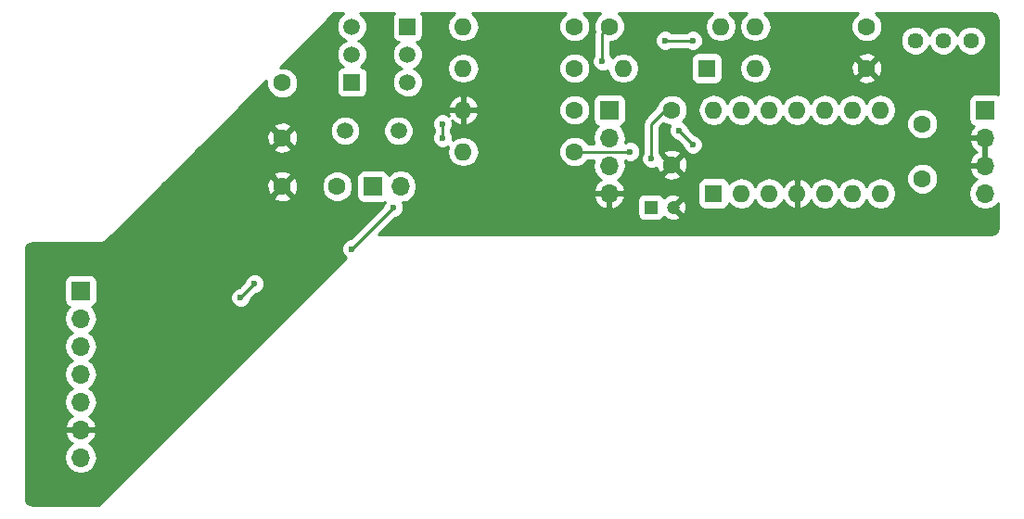
<source format=gbl>
G04 #@! TF.FileFunction,Copper,L2,Bot,Signal*
%FSLAX46Y46*%
G04 Gerber Fmt 4.6, Leading zero omitted, Abs format (unit mm)*
G04 Created by KiCad (PCBNEW 4.0.7) date 02/27/19 23:03:59*
%MOMM*%
%LPD*%
G01*
G04 APERTURE LIST*
%ADD10C,0.100000*%
%ADD11C,1.600000*%
%ADD12R,1.700000X1.700000*%
%ADD13O,1.700000X1.700000*%
%ADD14R,1.200000X1.200000*%
%ADD15C,1.200000*%
%ADD16R,1.600000X1.600000*%
%ADD17O,1.600000X1.600000*%
%ADD18C,1.520000*%
%ADD19R,1.520000X1.520000*%
%ADD20C,1.440000*%
%ADD21C,1.500000*%
%ADD22C,0.600000*%
%ADD23C,0.250000*%
%ADD24C,0.254000*%
G04 APERTURE END LIST*
D10*
D11*
X112395000Y-53975000D03*
X112395000Y-58975000D03*
D12*
X58420000Y-70485000D03*
D13*
X58420000Y-73025000D03*
X58420000Y-75565000D03*
X58420000Y-78105000D03*
X58420000Y-80645000D03*
X58420000Y-83185000D03*
X58420000Y-85725000D03*
D11*
X135255000Y-55245000D03*
X135255000Y-60245000D03*
X76835000Y-56515000D03*
X76835000Y-51515000D03*
X76835000Y-60960000D03*
X81835000Y-60960000D03*
D14*
X110490000Y-62865000D03*
D15*
X112490000Y-62865000D03*
D16*
X115570000Y-50165000D03*
D17*
X107950000Y-50165000D03*
D12*
X106680000Y-53975000D03*
D13*
X106680000Y-56515000D03*
X106680000Y-59055000D03*
X106680000Y-61595000D03*
D12*
X140970000Y-53975000D03*
D13*
X140970000Y-56515000D03*
X140970000Y-59055000D03*
X140970000Y-61595000D03*
D18*
X88265000Y-48895000D03*
X88265000Y-51435000D03*
D19*
X88265000Y-46355000D03*
D18*
X83185000Y-48895000D03*
X83185000Y-46355000D03*
D19*
X83185000Y-51435000D03*
D11*
X106680000Y-46355000D03*
D17*
X116840000Y-46355000D03*
D11*
X103505000Y-57785000D03*
D17*
X93345000Y-57785000D03*
D11*
X103505000Y-46355000D03*
D17*
X93345000Y-46355000D03*
D11*
X103505000Y-50165000D03*
D17*
X93345000Y-50165000D03*
D11*
X103505000Y-53975000D03*
D17*
X93345000Y-53975000D03*
D11*
X130175000Y-50165000D03*
D17*
X120015000Y-50165000D03*
D11*
X130175000Y-46355000D03*
D17*
X120015000Y-46355000D03*
D20*
X139700000Y-47625000D03*
X137160000Y-47625000D03*
X134620000Y-47625000D03*
D16*
X116205000Y-61595000D03*
D17*
X131445000Y-53975000D03*
X118745000Y-61595000D03*
X128905000Y-53975000D03*
X121285000Y-61595000D03*
X126365000Y-53975000D03*
X123825000Y-61595000D03*
X123825000Y-53975000D03*
X126365000Y-61595000D03*
X121285000Y-53975000D03*
X128905000Y-61595000D03*
X118745000Y-53975000D03*
X131445000Y-61595000D03*
X116205000Y-53975000D03*
D21*
X82550000Y-55880000D03*
X87430000Y-55880000D03*
D12*
X85090000Y-60960000D03*
D13*
X87630000Y-60960000D03*
D22*
X106045000Y-49530000D03*
X110490000Y-58420000D03*
X91440000Y-56515000D03*
X91440000Y-55245000D03*
X114300000Y-57150000D03*
X113030000Y-55880000D03*
X73025000Y-71120000D03*
X74295000Y-69850000D03*
X86995000Y-62865000D03*
X83185000Y-66675000D03*
X108585000Y-57785000D03*
X114300000Y-47625000D03*
X111760000Y-47625000D03*
D23*
X106045000Y-49530000D02*
X106045000Y-46990000D01*
X106045000Y-46990000D02*
X106680000Y-46355000D01*
X110490000Y-55245000D02*
X111760000Y-53975000D01*
X110490000Y-58420000D02*
X110490000Y-55245000D01*
X111760000Y-53975000D02*
X112395000Y-53975000D01*
X91440000Y-55245000D02*
X91440000Y-56515000D01*
X113030000Y-55880000D02*
X114300000Y-57150000D01*
X74295000Y-69850000D02*
X73025000Y-71120000D01*
X83185000Y-66675000D02*
X86995000Y-62865000D01*
X103505000Y-57785000D02*
X108585000Y-57785000D01*
X111760000Y-47625000D02*
X114300000Y-47625000D01*
D24*
G36*
X82395828Y-45171687D02*
X82003066Y-45563764D01*
X81790242Y-46076300D01*
X81789758Y-46631265D01*
X82001687Y-47144172D01*
X82393764Y-47536934D01*
X82605738Y-47624954D01*
X82395828Y-47711687D01*
X82003066Y-48103764D01*
X81790242Y-48616300D01*
X81789758Y-49171265D01*
X82001687Y-49684172D01*
X82357210Y-50040316D01*
X82189683Y-50071838D01*
X81973559Y-50210910D01*
X81828569Y-50423110D01*
X81777560Y-50675000D01*
X81777560Y-52195000D01*
X81821838Y-52430317D01*
X81960910Y-52646441D01*
X82173110Y-52791431D01*
X82425000Y-52842440D01*
X83945000Y-52842440D01*
X84180317Y-52798162D01*
X84396441Y-52659090D01*
X84541431Y-52446890D01*
X84592440Y-52195000D01*
X84592440Y-50675000D01*
X84548162Y-50439683D01*
X84409090Y-50223559D01*
X84196890Y-50078569D01*
X84011520Y-50041031D01*
X84366934Y-49686236D01*
X84579758Y-49173700D01*
X84580242Y-48618735D01*
X84368313Y-48105828D01*
X83976236Y-47713066D01*
X83764262Y-47625046D01*
X83974172Y-47538313D01*
X84366934Y-47146236D01*
X84579758Y-46633700D01*
X84580242Y-46078735D01*
X84368313Y-45565828D01*
X83976236Y-45173066D01*
X83944770Y-45160000D01*
X87033683Y-45160000D01*
X86908569Y-45343110D01*
X86857560Y-45595000D01*
X86857560Y-47115000D01*
X86901838Y-47350317D01*
X87040910Y-47566441D01*
X87253110Y-47711431D01*
X87438480Y-47748969D01*
X87083066Y-48103764D01*
X86870242Y-48616300D01*
X86869758Y-49171265D01*
X87081687Y-49684172D01*
X87473764Y-50076934D01*
X87685738Y-50164954D01*
X87475828Y-50251687D01*
X87083066Y-50643764D01*
X86870242Y-51156300D01*
X86869758Y-51711265D01*
X87081687Y-52224172D01*
X87473764Y-52616934D01*
X87986300Y-52829758D01*
X88541265Y-52830242D01*
X89054172Y-52618313D01*
X89446934Y-52226236D01*
X89659758Y-51713700D01*
X89660242Y-51158735D01*
X89448313Y-50645828D01*
X89056236Y-50253066D01*
X88844262Y-50165046D01*
X88844373Y-50165000D01*
X91881887Y-50165000D01*
X91991120Y-50714151D01*
X92302189Y-51179698D01*
X92767736Y-51490767D01*
X93316887Y-51600000D01*
X93373113Y-51600000D01*
X93922264Y-51490767D01*
X94387811Y-51179698D01*
X94698880Y-50714151D01*
X94751584Y-50449187D01*
X102069752Y-50449187D01*
X102287757Y-50976800D01*
X102691077Y-51380824D01*
X103218309Y-51599750D01*
X103789187Y-51600248D01*
X104316800Y-51382243D01*
X104720824Y-50978923D01*
X104939750Y-50451691D01*
X104940248Y-49880813D01*
X104722243Y-49353200D01*
X104318923Y-48949176D01*
X103791691Y-48730250D01*
X103220813Y-48729752D01*
X102693200Y-48947757D01*
X102289176Y-49351077D01*
X102070250Y-49878309D01*
X102069752Y-50449187D01*
X94751584Y-50449187D01*
X94808113Y-50165000D01*
X94698880Y-49615849D01*
X94387811Y-49150302D01*
X93922264Y-48839233D01*
X93373113Y-48730000D01*
X93316887Y-48730000D01*
X92767736Y-48839233D01*
X92302189Y-49150302D01*
X91991120Y-49615849D01*
X91881887Y-50165000D01*
X88844373Y-50165000D01*
X89054172Y-50078313D01*
X89446934Y-49686236D01*
X89659758Y-49173700D01*
X89660242Y-48618735D01*
X89448313Y-48105828D01*
X89092790Y-47749684D01*
X89260317Y-47718162D01*
X89476441Y-47579090D01*
X89621431Y-47366890D01*
X89672440Y-47115000D01*
X89672440Y-45595000D01*
X89628162Y-45359683D01*
X89499669Y-45160000D01*
X92572030Y-45160000D01*
X92302189Y-45340302D01*
X91991120Y-45805849D01*
X91881887Y-46355000D01*
X91991120Y-46904151D01*
X92302189Y-47369698D01*
X92767736Y-47680767D01*
X93316887Y-47790000D01*
X93373113Y-47790000D01*
X93922264Y-47680767D01*
X94387811Y-47369698D01*
X94698880Y-46904151D01*
X94808113Y-46355000D01*
X94698880Y-45805849D01*
X94387811Y-45340302D01*
X94117970Y-45160000D01*
X102670918Y-45160000D01*
X102289176Y-45541077D01*
X102070250Y-46068309D01*
X102069752Y-46639187D01*
X102287757Y-47166800D01*
X102691077Y-47570824D01*
X103218309Y-47789750D01*
X103789187Y-47790248D01*
X104316800Y-47572243D01*
X104720824Y-47168923D01*
X104939750Y-46641691D01*
X104940248Y-46070813D01*
X104722243Y-45543200D01*
X104339711Y-45160000D01*
X105845918Y-45160000D01*
X105464176Y-45541077D01*
X105245250Y-46068309D01*
X105244752Y-46639187D01*
X105319026Y-46818943D01*
X105285000Y-46990000D01*
X105285000Y-48967537D01*
X105252808Y-48999673D01*
X105110162Y-49343201D01*
X105109838Y-49715167D01*
X105251883Y-50058943D01*
X105514673Y-50322192D01*
X105858201Y-50464838D01*
X106230167Y-50465162D01*
X106522561Y-50344347D01*
X106596120Y-50714151D01*
X106907189Y-51179698D01*
X107372736Y-51490767D01*
X107921887Y-51600000D01*
X107978113Y-51600000D01*
X108527264Y-51490767D01*
X108992811Y-51179698D01*
X109303880Y-50714151D01*
X109413113Y-50165000D01*
X109303880Y-49615849D01*
X109136268Y-49365000D01*
X114122560Y-49365000D01*
X114122560Y-50965000D01*
X114166838Y-51200317D01*
X114305910Y-51416441D01*
X114518110Y-51561431D01*
X114770000Y-51612440D01*
X116370000Y-51612440D01*
X116605317Y-51568162D01*
X116821441Y-51429090D01*
X116966431Y-51216890D01*
X117017440Y-50965000D01*
X117017440Y-50165000D01*
X118551887Y-50165000D01*
X118661120Y-50714151D01*
X118972189Y-51179698D01*
X119437736Y-51490767D01*
X119986887Y-51600000D01*
X120043113Y-51600000D01*
X120592264Y-51490767D01*
X121057811Y-51179698D01*
X121062456Y-51172745D01*
X129346861Y-51172745D01*
X129420995Y-51418864D01*
X129958223Y-51611965D01*
X130528454Y-51584778D01*
X130929005Y-51418864D01*
X131003139Y-51172745D01*
X130175000Y-50344605D01*
X129346861Y-51172745D01*
X121062456Y-51172745D01*
X121368880Y-50714151D01*
X121478113Y-50165000D01*
X121434994Y-49948223D01*
X128728035Y-49948223D01*
X128755222Y-50518454D01*
X128921136Y-50919005D01*
X129167255Y-50993139D01*
X129995395Y-50165000D01*
X130354605Y-50165000D01*
X131182745Y-50993139D01*
X131428864Y-50919005D01*
X131621965Y-50381777D01*
X131594778Y-49811546D01*
X131428864Y-49410995D01*
X131182745Y-49336861D01*
X130354605Y-50165000D01*
X129995395Y-50165000D01*
X129167255Y-49336861D01*
X128921136Y-49410995D01*
X128728035Y-49948223D01*
X121434994Y-49948223D01*
X121368880Y-49615849D01*
X121062457Y-49157255D01*
X129346861Y-49157255D01*
X130175000Y-49985395D01*
X131003139Y-49157255D01*
X130929005Y-48911136D01*
X130391777Y-48718035D01*
X129821546Y-48745222D01*
X129420995Y-48911136D01*
X129346861Y-49157255D01*
X121062457Y-49157255D01*
X121057811Y-49150302D01*
X120592264Y-48839233D01*
X120043113Y-48730000D01*
X119986887Y-48730000D01*
X119437736Y-48839233D01*
X118972189Y-49150302D01*
X118661120Y-49615849D01*
X118551887Y-50165000D01*
X117017440Y-50165000D01*
X117017440Y-49365000D01*
X116973162Y-49129683D01*
X116834090Y-48913559D01*
X116621890Y-48768569D01*
X116370000Y-48717560D01*
X114770000Y-48717560D01*
X114534683Y-48761838D01*
X114318559Y-48900910D01*
X114173569Y-49113110D01*
X114122560Y-49365000D01*
X109136268Y-49365000D01*
X108992811Y-49150302D01*
X108527264Y-48839233D01*
X107978113Y-48730000D01*
X107921887Y-48730000D01*
X107372736Y-48839233D01*
X106907189Y-49150302D01*
X106902613Y-49157150D01*
X106838117Y-49001057D01*
X106805000Y-48967882D01*
X106805000Y-47810167D01*
X110824838Y-47810167D01*
X110966883Y-48153943D01*
X111229673Y-48417192D01*
X111573201Y-48559838D01*
X111945167Y-48560162D01*
X112288943Y-48418117D01*
X112322118Y-48385000D01*
X113737537Y-48385000D01*
X113769673Y-48417192D01*
X114113201Y-48559838D01*
X114485167Y-48560162D01*
X114828943Y-48418117D01*
X115092192Y-48155327D01*
X115200977Y-47893344D01*
X133264765Y-47893344D01*
X133470617Y-48391543D01*
X133851452Y-48773043D01*
X134349291Y-48979764D01*
X134888344Y-48980235D01*
X135386543Y-48774383D01*
X135768043Y-48393548D01*
X135890045Y-48099736D01*
X136010617Y-48391543D01*
X136391452Y-48773043D01*
X136889291Y-48979764D01*
X137428344Y-48980235D01*
X137926543Y-48774383D01*
X138308043Y-48393548D01*
X138430045Y-48099736D01*
X138550617Y-48391543D01*
X138931452Y-48773043D01*
X139429291Y-48979764D01*
X139968344Y-48980235D01*
X140466543Y-48774383D01*
X140848043Y-48393548D01*
X141054764Y-47895709D01*
X141055235Y-47356656D01*
X140849383Y-46858457D01*
X140468548Y-46476957D01*
X139970709Y-46270236D01*
X139431656Y-46269765D01*
X138933457Y-46475617D01*
X138551957Y-46856452D01*
X138429955Y-47150264D01*
X138309383Y-46858457D01*
X137928548Y-46476957D01*
X137430709Y-46270236D01*
X136891656Y-46269765D01*
X136393457Y-46475617D01*
X136011957Y-46856452D01*
X135889955Y-47150264D01*
X135769383Y-46858457D01*
X135388548Y-46476957D01*
X134890709Y-46270236D01*
X134351656Y-46269765D01*
X133853457Y-46475617D01*
X133471957Y-46856452D01*
X133265236Y-47354291D01*
X133264765Y-47893344D01*
X115200977Y-47893344D01*
X115234838Y-47811799D01*
X115235162Y-47439833D01*
X115093117Y-47096057D01*
X114830327Y-46832808D01*
X114486799Y-46690162D01*
X114114833Y-46689838D01*
X113771057Y-46831883D01*
X113737882Y-46865000D01*
X112322463Y-46865000D01*
X112290327Y-46832808D01*
X111946799Y-46690162D01*
X111574833Y-46689838D01*
X111231057Y-46831883D01*
X110967808Y-47094673D01*
X110825162Y-47438201D01*
X110824838Y-47810167D01*
X106805000Y-47810167D01*
X106805000Y-47790109D01*
X106964187Y-47790248D01*
X107491800Y-47572243D01*
X107895824Y-47168923D01*
X108114750Y-46641691D01*
X108115248Y-46070813D01*
X107897243Y-45543200D01*
X107514711Y-45160000D01*
X116067030Y-45160000D01*
X115797189Y-45340302D01*
X115486120Y-45805849D01*
X115376887Y-46355000D01*
X115486120Y-46904151D01*
X115797189Y-47369698D01*
X116262736Y-47680767D01*
X116811887Y-47790000D01*
X116868113Y-47790000D01*
X117417264Y-47680767D01*
X117882811Y-47369698D01*
X118193880Y-46904151D01*
X118303113Y-46355000D01*
X118193880Y-45805849D01*
X117882811Y-45340302D01*
X117612970Y-45160000D01*
X119242030Y-45160000D01*
X118972189Y-45340302D01*
X118661120Y-45805849D01*
X118551887Y-46355000D01*
X118661120Y-46904151D01*
X118972189Y-47369698D01*
X119437736Y-47680767D01*
X119986887Y-47790000D01*
X120043113Y-47790000D01*
X120592264Y-47680767D01*
X121057811Y-47369698D01*
X121368880Y-46904151D01*
X121478113Y-46355000D01*
X121368880Y-45805849D01*
X121057811Y-45340302D01*
X120787970Y-45160000D01*
X129340918Y-45160000D01*
X128959176Y-45541077D01*
X128740250Y-46068309D01*
X128739752Y-46639187D01*
X128957757Y-47166800D01*
X129361077Y-47570824D01*
X129888309Y-47789750D01*
X130459187Y-47790248D01*
X130986800Y-47572243D01*
X131390824Y-47168923D01*
X131609750Y-46641691D01*
X131610248Y-46070813D01*
X131392243Y-45543200D01*
X131009711Y-45160000D01*
X141535070Y-45160000D01*
X141813979Y-45215478D01*
X141991145Y-45333856D01*
X142109521Y-45511019D01*
X142165000Y-45789931D01*
X142165000Y-52592188D01*
X142071890Y-52528569D01*
X141820000Y-52477560D01*
X140120000Y-52477560D01*
X139884683Y-52521838D01*
X139668559Y-52660910D01*
X139523569Y-52873110D01*
X139472560Y-53125000D01*
X139472560Y-54825000D01*
X139516838Y-55060317D01*
X139655910Y-55276441D01*
X139868110Y-55421431D01*
X139976107Y-55443301D01*
X139698355Y-55748076D01*
X139528524Y-56158110D01*
X139649845Y-56388000D01*
X140843000Y-56388000D01*
X140843000Y-56368000D01*
X141097000Y-56368000D01*
X141097000Y-56388000D01*
X141117000Y-56388000D01*
X141117000Y-56642000D01*
X141097000Y-56642000D01*
X141097000Y-58928000D01*
X141117000Y-58928000D01*
X141117000Y-59182000D01*
X141097000Y-59182000D01*
X141097000Y-59202000D01*
X140843000Y-59202000D01*
X140843000Y-59182000D01*
X139649845Y-59182000D01*
X139528524Y-59411890D01*
X139698355Y-59821924D01*
X140088642Y-60250183D01*
X140231553Y-60317298D01*
X139890853Y-60544946D01*
X139568946Y-61026715D01*
X139455907Y-61595000D01*
X139568946Y-62163285D01*
X139890853Y-62645054D01*
X140372622Y-62966961D01*
X140940907Y-63080000D01*
X140999093Y-63080000D01*
X141567378Y-62966961D01*
X142049147Y-62645054D01*
X142165000Y-62471667D01*
X142165000Y-64700069D01*
X142109521Y-64978981D01*
X141991145Y-65156144D01*
X141813979Y-65274522D01*
X141535070Y-65330000D01*
X85604802Y-65330000D01*
X87134680Y-63800122D01*
X87180167Y-63800162D01*
X87523943Y-63658117D01*
X87787192Y-63395327D01*
X87929838Y-63051799D01*
X87930162Y-62679833D01*
X87828812Y-62434547D01*
X88198285Y-62361054D01*
X88680054Y-62039147D01*
X88738357Y-61951890D01*
X105238524Y-61951890D01*
X105408355Y-62361924D01*
X105798642Y-62790183D01*
X106323108Y-63036486D01*
X106553000Y-62915819D01*
X106553000Y-61722000D01*
X106807000Y-61722000D01*
X106807000Y-62915819D01*
X107036892Y-63036486D01*
X107561358Y-62790183D01*
X107951645Y-62361924D01*
X107991789Y-62265000D01*
X109242560Y-62265000D01*
X109242560Y-63465000D01*
X109286838Y-63700317D01*
X109425910Y-63916441D01*
X109638110Y-64061431D01*
X109890000Y-64112440D01*
X111090000Y-64112440D01*
X111325317Y-64068162D01*
X111541441Y-63929090D01*
X111636993Y-63789245D01*
X111691178Y-63843430D01*
X111806871Y-63727737D01*
X111856383Y-63953164D01*
X112321036Y-64112807D01*
X112811413Y-64082482D01*
X113123617Y-63953164D01*
X113173130Y-63727735D01*
X112490000Y-63044605D01*
X112475858Y-63058748D01*
X112296253Y-62879143D01*
X112310395Y-62865000D01*
X112669605Y-62865000D01*
X113352735Y-63548130D01*
X113578164Y-63498617D01*
X113737807Y-63033964D01*
X113707482Y-62543587D01*
X113578164Y-62231383D01*
X113352735Y-62181870D01*
X112669605Y-62865000D01*
X112310395Y-62865000D01*
X112296253Y-62850858D01*
X112475858Y-62671253D01*
X112490000Y-62685395D01*
X113173130Y-62002265D01*
X113123617Y-61776836D01*
X112658964Y-61617193D01*
X112168587Y-61647518D01*
X111856383Y-61776836D01*
X111806871Y-62002263D01*
X111691178Y-61886570D01*
X111636351Y-61941397D01*
X111554090Y-61813559D01*
X111341890Y-61668569D01*
X111090000Y-61617560D01*
X109890000Y-61617560D01*
X109654683Y-61661838D01*
X109438559Y-61800910D01*
X109293569Y-62013110D01*
X109242560Y-62265000D01*
X107991789Y-62265000D01*
X108121476Y-61951890D01*
X108000155Y-61722000D01*
X106807000Y-61722000D01*
X106553000Y-61722000D01*
X105359845Y-61722000D01*
X105238524Y-61951890D01*
X88738357Y-61951890D01*
X89001961Y-61557378D01*
X89115000Y-60989093D01*
X89115000Y-60930907D01*
X89001961Y-60362622D01*
X88680054Y-59880853D01*
X88198285Y-59558946D01*
X87630000Y-59445907D01*
X87061715Y-59558946D01*
X86579946Y-59880853D01*
X86552150Y-59922452D01*
X86543162Y-59874683D01*
X86404090Y-59658559D01*
X86191890Y-59513569D01*
X85940000Y-59462560D01*
X84240000Y-59462560D01*
X84004683Y-59506838D01*
X83788559Y-59645910D01*
X83643569Y-59858110D01*
X83592560Y-60110000D01*
X83592560Y-61810000D01*
X83636838Y-62045317D01*
X83775910Y-62261441D01*
X83988110Y-62406431D01*
X84240000Y-62457440D01*
X85940000Y-62457440D01*
X86169784Y-62414203D01*
X86060162Y-62678201D01*
X86060121Y-62725077D01*
X83045320Y-65739878D01*
X82999833Y-65739838D01*
X82656057Y-65881883D01*
X82392808Y-66144673D01*
X82250162Y-66488201D01*
X82249838Y-66860167D01*
X82391883Y-67203943D01*
X82654673Y-67467192D01*
X82657530Y-67468378D01*
X60030908Y-90095000D01*
X54044931Y-90095000D01*
X53766019Y-90039521D01*
X53588856Y-89921145D01*
X53470478Y-89743979D01*
X53415000Y-89465070D01*
X53415000Y-85725000D01*
X56905907Y-85725000D01*
X57018946Y-86293285D01*
X57340853Y-86775054D01*
X57822622Y-87096961D01*
X58390907Y-87210000D01*
X58449093Y-87210000D01*
X59017378Y-87096961D01*
X59499147Y-86775054D01*
X59821054Y-86293285D01*
X59934093Y-85725000D01*
X59821054Y-85156715D01*
X59499147Y-84674946D01*
X59158447Y-84447298D01*
X59301358Y-84380183D01*
X59691645Y-83951924D01*
X59861476Y-83541890D01*
X59740155Y-83312000D01*
X58547000Y-83312000D01*
X58547000Y-83332000D01*
X58293000Y-83332000D01*
X58293000Y-83312000D01*
X57099845Y-83312000D01*
X56978524Y-83541890D01*
X57148355Y-83951924D01*
X57538642Y-84380183D01*
X57681553Y-84447298D01*
X57340853Y-84674946D01*
X57018946Y-85156715D01*
X56905907Y-85725000D01*
X53415000Y-85725000D01*
X53415000Y-73025000D01*
X56905907Y-73025000D01*
X57018946Y-73593285D01*
X57340853Y-74075054D01*
X57670026Y-74295000D01*
X57340853Y-74514946D01*
X57018946Y-74996715D01*
X56905907Y-75565000D01*
X57018946Y-76133285D01*
X57340853Y-76615054D01*
X57670026Y-76835000D01*
X57340853Y-77054946D01*
X57018946Y-77536715D01*
X56905907Y-78105000D01*
X57018946Y-78673285D01*
X57340853Y-79155054D01*
X57670026Y-79375000D01*
X57340853Y-79594946D01*
X57018946Y-80076715D01*
X56905907Y-80645000D01*
X57018946Y-81213285D01*
X57340853Y-81695054D01*
X57681553Y-81922702D01*
X57538642Y-81989817D01*
X57148355Y-82418076D01*
X56978524Y-82828110D01*
X57099845Y-83058000D01*
X58293000Y-83058000D01*
X58293000Y-83038000D01*
X58547000Y-83038000D01*
X58547000Y-83058000D01*
X59740155Y-83058000D01*
X59861476Y-82828110D01*
X59691645Y-82418076D01*
X59301358Y-81989817D01*
X59158447Y-81922702D01*
X59499147Y-81695054D01*
X59821054Y-81213285D01*
X59934093Y-80645000D01*
X59821054Y-80076715D01*
X59499147Y-79594946D01*
X59169974Y-79375000D01*
X59499147Y-79155054D01*
X59821054Y-78673285D01*
X59934093Y-78105000D01*
X59821054Y-77536715D01*
X59499147Y-77054946D01*
X59169974Y-76835000D01*
X59499147Y-76615054D01*
X59821054Y-76133285D01*
X59934093Y-75565000D01*
X59821054Y-74996715D01*
X59499147Y-74514946D01*
X59169974Y-74295000D01*
X59499147Y-74075054D01*
X59821054Y-73593285D01*
X59934093Y-73025000D01*
X59821054Y-72456715D01*
X59499147Y-71974946D01*
X59457548Y-71947150D01*
X59505317Y-71938162D01*
X59721441Y-71799090D01*
X59866431Y-71586890D01*
X59917440Y-71335000D01*
X59917440Y-71305167D01*
X72089838Y-71305167D01*
X72231883Y-71648943D01*
X72494673Y-71912192D01*
X72838201Y-72054838D01*
X73210167Y-72055162D01*
X73553943Y-71913117D01*
X73817192Y-71650327D01*
X73959838Y-71306799D01*
X73959879Y-71259923D01*
X74434680Y-70785122D01*
X74480167Y-70785162D01*
X74823943Y-70643117D01*
X75087192Y-70380327D01*
X75229838Y-70036799D01*
X75230162Y-69664833D01*
X75088117Y-69321057D01*
X74825327Y-69057808D01*
X74481799Y-68915162D01*
X74109833Y-68914838D01*
X73766057Y-69056883D01*
X73502808Y-69319673D01*
X73360162Y-69663201D01*
X73360121Y-69710077D01*
X72885320Y-70184878D01*
X72839833Y-70184838D01*
X72496057Y-70326883D01*
X72232808Y-70589673D01*
X72090162Y-70933201D01*
X72089838Y-71305167D01*
X59917440Y-71305167D01*
X59917440Y-69635000D01*
X59873162Y-69399683D01*
X59734090Y-69183559D01*
X59521890Y-69038569D01*
X59270000Y-68987560D01*
X57570000Y-68987560D01*
X57334683Y-69031838D01*
X57118559Y-69170910D01*
X56973569Y-69383110D01*
X56922560Y-69635000D01*
X56922560Y-71335000D01*
X56966838Y-71570317D01*
X57105910Y-71786441D01*
X57318110Y-71931431D01*
X57385541Y-71945086D01*
X57340853Y-71974946D01*
X57018946Y-72456715D01*
X56905907Y-73025000D01*
X53415000Y-73025000D01*
X53415000Y-66744930D01*
X53470478Y-66466021D01*
X53588856Y-66288855D01*
X53766019Y-66170479D01*
X54044931Y-66115000D01*
X60325000Y-66115000D01*
X60596705Y-66060954D01*
X60827046Y-65907046D01*
X64766347Y-61967745D01*
X76006861Y-61967745D01*
X76080995Y-62213864D01*
X76618223Y-62406965D01*
X77188454Y-62379778D01*
X77589005Y-62213864D01*
X77663139Y-61967745D01*
X76835000Y-61139605D01*
X76006861Y-61967745D01*
X64766347Y-61967745D01*
X65990869Y-60743223D01*
X75388035Y-60743223D01*
X75415222Y-61313454D01*
X75581136Y-61714005D01*
X75827255Y-61788139D01*
X76655395Y-60960000D01*
X77014605Y-60960000D01*
X77842745Y-61788139D01*
X78088864Y-61714005D01*
X78257735Y-61244187D01*
X80399752Y-61244187D01*
X80617757Y-61771800D01*
X81021077Y-62175824D01*
X81548309Y-62394750D01*
X82119187Y-62395248D01*
X82646800Y-62177243D01*
X83050824Y-61773923D01*
X83269750Y-61246691D01*
X83270248Y-60675813D01*
X83052243Y-60148200D01*
X82648923Y-59744176D01*
X82121691Y-59525250D01*
X81550813Y-59524752D01*
X81023200Y-59742757D01*
X80619176Y-60146077D01*
X80400250Y-60673309D01*
X80399752Y-61244187D01*
X78257735Y-61244187D01*
X78281965Y-61176777D01*
X78254778Y-60606546D01*
X78088864Y-60205995D01*
X77842745Y-60131861D01*
X77014605Y-60960000D01*
X76655395Y-60960000D01*
X75827255Y-60131861D01*
X75581136Y-60205995D01*
X75388035Y-60743223D01*
X65990869Y-60743223D01*
X66781837Y-59952255D01*
X76006861Y-59952255D01*
X76835000Y-60780395D01*
X77663139Y-59952255D01*
X77589005Y-59706136D01*
X77051777Y-59513035D01*
X76481546Y-59540222D01*
X76080995Y-59706136D01*
X76006861Y-59952255D01*
X66781837Y-59952255D01*
X69211347Y-57522745D01*
X76006861Y-57522745D01*
X76080995Y-57768864D01*
X76618223Y-57961965D01*
X77188454Y-57934778D01*
X77589005Y-57768864D01*
X77663139Y-57522745D01*
X76835000Y-56694605D01*
X76006861Y-57522745D01*
X69211347Y-57522745D01*
X70435869Y-56298223D01*
X75388035Y-56298223D01*
X75415222Y-56868454D01*
X75581136Y-57269005D01*
X75827255Y-57343139D01*
X76655395Y-56515000D01*
X77014605Y-56515000D01*
X77842745Y-57343139D01*
X78088864Y-57269005D01*
X78281965Y-56731777D01*
X78254778Y-56161546D01*
X78251771Y-56154285D01*
X81164760Y-56154285D01*
X81375169Y-56663515D01*
X81764436Y-57053461D01*
X82273298Y-57264759D01*
X82824285Y-57265240D01*
X83333515Y-57054831D01*
X83723461Y-56665564D01*
X83934759Y-56156702D01*
X83934761Y-56154285D01*
X86044760Y-56154285D01*
X86255169Y-56663515D01*
X86644436Y-57053461D01*
X87153298Y-57264759D01*
X87704285Y-57265240D01*
X88213515Y-57054831D01*
X88603461Y-56665564D01*
X88814759Y-56156702D01*
X88815240Y-55605715D01*
X88742706Y-55430167D01*
X90504838Y-55430167D01*
X90646883Y-55773943D01*
X90680000Y-55807118D01*
X90680000Y-55952537D01*
X90647808Y-55984673D01*
X90505162Y-56328201D01*
X90504838Y-56700167D01*
X90646883Y-57043943D01*
X90909673Y-57307192D01*
X91253201Y-57449838D01*
X91625167Y-57450162D01*
X91968943Y-57308117D01*
X91978678Y-57298399D01*
X91881887Y-57785000D01*
X91991120Y-58334151D01*
X92302189Y-58799698D01*
X92767736Y-59110767D01*
X93316887Y-59220000D01*
X93373113Y-59220000D01*
X93922264Y-59110767D01*
X94387811Y-58799698D01*
X94698880Y-58334151D01*
X94751584Y-58069187D01*
X102069752Y-58069187D01*
X102287757Y-58596800D01*
X102691077Y-59000824D01*
X103218309Y-59219750D01*
X103789187Y-59220248D01*
X104316800Y-59002243D01*
X104720824Y-58598923D01*
X104743215Y-58545000D01*
X105267352Y-58545000D01*
X105165907Y-59055000D01*
X105278946Y-59623285D01*
X105600853Y-60105054D01*
X105941553Y-60332702D01*
X105798642Y-60399817D01*
X105408355Y-60828076D01*
X105238524Y-61238110D01*
X105359845Y-61468000D01*
X106553000Y-61468000D01*
X106553000Y-61448000D01*
X106807000Y-61448000D01*
X106807000Y-61468000D01*
X108000155Y-61468000D01*
X108121476Y-61238110D01*
X107951645Y-60828076D01*
X107921502Y-60795000D01*
X114757560Y-60795000D01*
X114757560Y-62395000D01*
X114801838Y-62630317D01*
X114940910Y-62846441D01*
X115153110Y-62991431D01*
X115405000Y-63042440D01*
X117005000Y-63042440D01*
X117240317Y-62998162D01*
X117456441Y-62859090D01*
X117601431Y-62646890D01*
X117632815Y-62491911D01*
X117730302Y-62637811D01*
X118195849Y-62948880D01*
X118745000Y-63058113D01*
X119294151Y-62948880D01*
X119759698Y-62637811D01*
X120015000Y-62255725D01*
X120270302Y-62637811D01*
X120735849Y-62948880D01*
X121285000Y-63058113D01*
X121834151Y-62948880D01*
X122299698Y-62637811D01*
X122569986Y-62233297D01*
X122672611Y-62450134D01*
X123087577Y-62826041D01*
X123475961Y-62986904D01*
X123698000Y-62864915D01*
X123698000Y-61722000D01*
X123678000Y-61722000D01*
X123678000Y-61468000D01*
X123698000Y-61468000D01*
X123698000Y-60325085D01*
X123952000Y-60325085D01*
X123952000Y-61468000D01*
X123972000Y-61468000D01*
X123972000Y-61722000D01*
X123952000Y-61722000D01*
X123952000Y-62864915D01*
X124174039Y-62986904D01*
X124562423Y-62826041D01*
X124977389Y-62450134D01*
X125080014Y-62233297D01*
X125350302Y-62637811D01*
X125815849Y-62948880D01*
X126365000Y-63058113D01*
X126914151Y-62948880D01*
X127379698Y-62637811D01*
X127635000Y-62255725D01*
X127890302Y-62637811D01*
X128355849Y-62948880D01*
X128905000Y-63058113D01*
X129454151Y-62948880D01*
X129919698Y-62637811D01*
X130175000Y-62255725D01*
X130430302Y-62637811D01*
X130895849Y-62948880D01*
X131445000Y-63058113D01*
X131994151Y-62948880D01*
X132459698Y-62637811D01*
X132770767Y-62172264D01*
X132880000Y-61623113D01*
X132880000Y-61566887D01*
X132770767Y-61017736D01*
X132459698Y-60552189D01*
X132425274Y-60529187D01*
X133819752Y-60529187D01*
X134037757Y-61056800D01*
X134441077Y-61460824D01*
X134968309Y-61679750D01*
X135539187Y-61680248D01*
X136066800Y-61462243D01*
X136470824Y-61058923D01*
X136689750Y-60531691D01*
X136690248Y-59960813D01*
X136472243Y-59433200D01*
X136068923Y-59029176D01*
X135541691Y-58810250D01*
X134970813Y-58809752D01*
X134443200Y-59027757D01*
X134039176Y-59431077D01*
X133820250Y-59958309D01*
X133819752Y-60529187D01*
X132425274Y-60529187D01*
X131994151Y-60241120D01*
X131445000Y-60131887D01*
X130895849Y-60241120D01*
X130430302Y-60552189D01*
X130175000Y-60934275D01*
X129919698Y-60552189D01*
X129454151Y-60241120D01*
X128905000Y-60131887D01*
X128355849Y-60241120D01*
X127890302Y-60552189D01*
X127635000Y-60934275D01*
X127379698Y-60552189D01*
X126914151Y-60241120D01*
X126365000Y-60131887D01*
X125815849Y-60241120D01*
X125350302Y-60552189D01*
X125080014Y-60956703D01*
X124977389Y-60739866D01*
X124562423Y-60363959D01*
X124174039Y-60203096D01*
X123952000Y-60325085D01*
X123698000Y-60325085D01*
X123475961Y-60203096D01*
X123087577Y-60363959D01*
X122672611Y-60739866D01*
X122569986Y-60956703D01*
X122299698Y-60552189D01*
X121834151Y-60241120D01*
X121285000Y-60131887D01*
X120735849Y-60241120D01*
X120270302Y-60552189D01*
X120015000Y-60934275D01*
X119759698Y-60552189D01*
X119294151Y-60241120D01*
X118745000Y-60131887D01*
X118195849Y-60241120D01*
X117730302Y-60552189D01*
X117633899Y-60696465D01*
X117608162Y-60559683D01*
X117469090Y-60343559D01*
X117256890Y-60198569D01*
X117005000Y-60147560D01*
X115405000Y-60147560D01*
X115169683Y-60191838D01*
X114953559Y-60330910D01*
X114808569Y-60543110D01*
X114757560Y-60795000D01*
X107921502Y-60795000D01*
X107561358Y-60399817D01*
X107418447Y-60332702D01*
X107759147Y-60105054D01*
X107840871Y-59982745D01*
X111566861Y-59982745D01*
X111640995Y-60228864D01*
X112178223Y-60421965D01*
X112748454Y-60394778D01*
X113149005Y-60228864D01*
X113223139Y-59982745D01*
X112395000Y-59154605D01*
X111566861Y-59982745D01*
X107840871Y-59982745D01*
X108081054Y-59623285D01*
X108194093Y-59055000D01*
X108103046Y-58597279D01*
X108398201Y-58719838D01*
X108770167Y-58720162D01*
X109048476Y-58605167D01*
X109554838Y-58605167D01*
X109696883Y-58948943D01*
X109959673Y-59212192D01*
X110303201Y-59354838D01*
X110675167Y-59355162D01*
X110970674Y-59233061D01*
X110975222Y-59328454D01*
X111141136Y-59729005D01*
X111387255Y-59803139D01*
X112215395Y-58975000D01*
X112574605Y-58975000D01*
X113402745Y-59803139D01*
X113648864Y-59729005D01*
X113841965Y-59191777D01*
X113814778Y-58621546D01*
X113648864Y-58220995D01*
X113402745Y-58146861D01*
X112574605Y-58975000D01*
X112215395Y-58975000D01*
X111389910Y-58149516D01*
X111314602Y-57967255D01*
X111566861Y-57967255D01*
X112395000Y-58795395D01*
X113223139Y-57967255D01*
X113149005Y-57721136D01*
X112611777Y-57528035D01*
X112041546Y-57555222D01*
X111640995Y-57721136D01*
X111566861Y-57967255D01*
X111314602Y-57967255D01*
X111283117Y-57891057D01*
X111250000Y-57857882D01*
X111250000Y-55559802D01*
X111607858Y-55201944D01*
X112108309Y-55409750D01*
X112212824Y-55409841D01*
X112095162Y-55693201D01*
X112094838Y-56065167D01*
X112236883Y-56408943D01*
X112499673Y-56672192D01*
X112843201Y-56814838D01*
X112890077Y-56814879D01*
X113364878Y-57289680D01*
X113364838Y-57335167D01*
X113506883Y-57678943D01*
X113769673Y-57942192D01*
X114113201Y-58084838D01*
X114485167Y-58085162D01*
X114828943Y-57943117D01*
X115092192Y-57680327D01*
X115234838Y-57336799D01*
X115235162Y-56964833D01*
X115196759Y-56871890D01*
X139528524Y-56871890D01*
X139698355Y-57281924D01*
X140088642Y-57710183D01*
X140247954Y-57785000D01*
X140088642Y-57859817D01*
X139698355Y-58288076D01*
X139528524Y-58698110D01*
X139649845Y-58928000D01*
X140843000Y-58928000D01*
X140843000Y-56642000D01*
X139649845Y-56642000D01*
X139528524Y-56871890D01*
X115196759Y-56871890D01*
X115093117Y-56621057D01*
X114830327Y-56357808D01*
X114486799Y-56215162D01*
X114439923Y-56215121D01*
X113965122Y-55740320D01*
X113965162Y-55694833D01*
X113896719Y-55529187D01*
X133819752Y-55529187D01*
X134037757Y-56056800D01*
X134441077Y-56460824D01*
X134968309Y-56679750D01*
X135539187Y-56680248D01*
X136066800Y-56462243D01*
X136470824Y-56058923D01*
X136689750Y-55531691D01*
X136690248Y-54960813D01*
X136472243Y-54433200D01*
X136068923Y-54029176D01*
X135541691Y-53810250D01*
X134970813Y-53809752D01*
X134443200Y-54027757D01*
X134039176Y-54431077D01*
X133820250Y-54958309D01*
X133819752Y-55529187D01*
X113896719Y-55529187D01*
X113823117Y-55351057D01*
X113560327Y-55087808D01*
X113384539Y-55014814D01*
X113610824Y-54788923D01*
X113829750Y-54261691D01*
X113830024Y-53946887D01*
X114770000Y-53946887D01*
X114770000Y-54003113D01*
X114879233Y-54552264D01*
X115190302Y-55017811D01*
X115655849Y-55328880D01*
X116205000Y-55438113D01*
X116754151Y-55328880D01*
X117219698Y-55017811D01*
X117475000Y-54635725D01*
X117730302Y-55017811D01*
X118195849Y-55328880D01*
X118745000Y-55438113D01*
X119294151Y-55328880D01*
X119759698Y-55017811D01*
X120015000Y-54635725D01*
X120270302Y-55017811D01*
X120735849Y-55328880D01*
X121285000Y-55438113D01*
X121834151Y-55328880D01*
X122299698Y-55017811D01*
X122555000Y-54635725D01*
X122810302Y-55017811D01*
X123275849Y-55328880D01*
X123825000Y-55438113D01*
X124374151Y-55328880D01*
X124839698Y-55017811D01*
X125095000Y-54635725D01*
X125350302Y-55017811D01*
X125815849Y-55328880D01*
X126365000Y-55438113D01*
X126914151Y-55328880D01*
X127379698Y-55017811D01*
X127635000Y-54635725D01*
X127890302Y-55017811D01*
X128355849Y-55328880D01*
X128905000Y-55438113D01*
X129454151Y-55328880D01*
X129919698Y-55017811D01*
X130175000Y-54635725D01*
X130430302Y-55017811D01*
X130895849Y-55328880D01*
X131445000Y-55438113D01*
X131994151Y-55328880D01*
X132459698Y-55017811D01*
X132770767Y-54552264D01*
X132880000Y-54003113D01*
X132880000Y-53946887D01*
X132770767Y-53397736D01*
X132459698Y-52932189D01*
X131994151Y-52621120D01*
X131445000Y-52511887D01*
X130895849Y-52621120D01*
X130430302Y-52932189D01*
X130175000Y-53314275D01*
X129919698Y-52932189D01*
X129454151Y-52621120D01*
X128905000Y-52511887D01*
X128355849Y-52621120D01*
X127890302Y-52932189D01*
X127635000Y-53314275D01*
X127379698Y-52932189D01*
X126914151Y-52621120D01*
X126365000Y-52511887D01*
X125815849Y-52621120D01*
X125350302Y-52932189D01*
X125095000Y-53314275D01*
X124839698Y-52932189D01*
X124374151Y-52621120D01*
X123825000Y-52511887D01*
X123275849Y-52621120D01*
X122810302Y-52932189D01*
X122555000Y-53314275D01*
X122299698Y-52932189D01*
X121834151Y-52621120D01*
X121285000Y-52511887D01*
X120735849Y-52621120D01*
X120270302Y-52932189D01*
X120015000Y-53314275D01*
X119759698Y-52932189D01*
X119294151Y-52621120D01*
X118745000Y-52511887D01*
X118195849Y-52621120D01*
X117730302Y-52932189D01*
X117475000Y-53314275D01*
X117219698Y-52932189D01*
X116754151Y-52621120D01*
X116205000Y-52511887D01*
X115655849Y-52621120D01*
X115190302Y-52932189D01*
X114879233Y-53397736D01*
X114770000Y-53946887D01*
X113830024Y-53946887D01*
X113830248Y-53690813D01*
X113612243Y-53163200D01*
X113208923Y-52759176D01*
X112681691Y-52540250D01*
X112110813Y-52539752D01*
X111583200Y-52757757D01*
X111179176Y-53161077D01*
X110960250Y-53688309D01*
X110960240Y-53699958D01*
X109952599Y-54707599D01*
X109787852Y-54954161D01*
X109730000Y-55245000D01*
X109730000Y-57857537D01*
X109697808Y-57889673D01*
X109555162Y-58233201D01*
X109554838Y-58605167D01*
X109048476Y-58605167D01*
X109113943Y-58578117D01*
X109377192Y-58315327D01*
X109519838Y-57971799D01*
X109520162Y-57599833D01*
X109378117Y-57256057D01*
X109115327Y-56992808D01*
X108771799Y-56850162D01*
X108399833Y-56849838D01*
X108103102Y-56972445D01*
X108194093Y-56515000D01*
X108081054Y-55946715D01*
X107759147Y-55464946D01*
X107717548Y-55437150D01*
X107765317Y-55428162D01*
X107981441Y-55289090D01*
X108126431Y-55076890D01*
X108177440Y-54825000D01*
X108177440Y-53125000D01*
X108133162Y-52889683D01*
X107994090Y-52673559D01*
X107781890Y-52528569D01*
X107530000Y-52477560D01*
X105830000Y-52477560D01*
X105594683Y-52521838D01*
X105378559Y-52660910D01*
X105233569Y-52873110D01*
X105182560Y-53125000D01*
X105182560Y-54825000D01*
X105226838Y-55060317D01*
X105365910Y-55276441D01*
X105578110Y-55421431D01*
X105645541Y-55435086D01*
X105600853Y-55464946D01*
X105278946Y-55946715D01*
X105165907Y-56515000D01*
X105267352Y-57025000D01*
X104743646Y-57025000D01*
X104722243Y-56973200D01*
X104318923Y-56569176D01*
X103791691Y-56350250D01*
X103220813Y-56349752D01*
X102693200Y-56567757D01*
X102289176Y-56971077D01*
X102070250Y-57498309D01*
X102069752Y-58069187D01*
X94751584Y-58069187D01*
X94808113Y-57785000D01*
X94698880Y-57235849D01*
X94387811Y-56770302D01*
X93922264Y-56459233D01*
X93373113Y-56350000D01*
X93316887Y-56350000D01*
X92767736Y-56459233D01*
X92363367Y-56729424D01*
X92374838Y-56701799D01*
X92375162Y-56329833D01*
X92233117Y-55986057D01*
X92200000Y-55952882D01*
X92200000Y-55807463D01*
X92232192Y-55775327D01*
X92374838Y-55431799D01*
X92375162Y-55059833D01*
X92330288Y-54951230D01*
X92489866Y-55127389D01*
X92995959Y-55366914D01*
X93218000Y-55245629D01*
X93218000Y-54102000D01*
X93472000Y-54102000D01*
X93472000Y-55245629D01*
X93694041Y-55366914D01*
X94200134Y-55127389D01*
X94576041Y-54712423D01*
X94736904Y-54324039D01*
X94701275Y-54259187D01*
X102069752Y-54259187D01*
X102287757Y-54786800D01*
X102691077Y-55190824D01*
X103218309Y-55409750D01*
X103789187Y-55410248D01*
X104316800Y-55192243D01*
X104720824Y-54788923D01*
X104939750Y-54261691D01*
X104940248Y-53690813D01*
X104722243Y-53163200D01*
X104318923Y-52759176D01*
X103791691Y-52540250D01*
X103220813Y-52539752D01*
X102693200Y-52757757D01*
X102289176Y-53161077D01*
X102070250Y-53688309D01*
X102069752Y-54259187D01*
X94701275Y-54259187D01*
X94614915Y-54102000D01*
X93472000Y-54102000D01*
X93218000Y-54102000D01*
X92075085Y-54102000D01*
X91953096Y-54324039D01*
X92032032Y-54514621D01*
X91970327Y-54452808D01*
X91626799Y-54310162D01*
X91254833Y-54309838D01*
X90911057Y-54451883D01*
X90647808Y-54714673D01*
X90505162Y-55058201D01*
X90504838Y-55430167D01*
X88742706Y-55430167D01*
X88604831Y-55096485D01*
X88215564Y-54706539D01*
X87706702Y-54495241D01*
X87155715Y-54494760D01*
X86646485Y-54705169D01*
X86256539Y-55094436D01*
X86045241Y-55603298D01*
X86044760Y-56154285D01*
X83934761Y-56154285D01*
X83935240Y-55605715D01*
X83724831Y-55096485D01*
X83335564Y-54706539D01*
X82826702Y-54495241D01*
X82275715Y-54494760D01*
X81766485Y-54705169D01*
X81376539Y-55094436D01*
X81165241Y-55603298D01*
X81164760Y-56154285D01*
X78251771Y-56154285D01*
X78088864Y-55760995D01*
X77842745Y-55686861D01*
X77014605Y-56515000D01*
X76655395Y-56515000D01*
X75827255Y-55686861D01*
X75581136Y-55760995D01*
X75388035Y-56298223D01*
X70435869Y-56298223D01*
X71226837Y-55507255D01*
X76006861Y-55507255D01*
X76835000Y-56335395D01*
X77663139Y-55507255D01*
X77589005Y-55261136D01*
X77051777Y-55068035D01*
X76481546Y-55095222D01*
X76080995Y-55261136D01*
X76006861Y-55507255D01*
X71226837Y-55507255D01*
X73108131Y-53625961D01*
X91953096Y-53625961D01*
X92075085Y-53848000D01*
X93218000Y-53848000D01*
X93218000Y-52704371D01*
X93472000Y-52704371D01*
X93472000Y-53848000D01*
X94614915Y-53848000D01*
X94736904Y-53625961D01*
X94576041Y-53237577D01*
X94200134Y-52822611D01*
X93694041Y-52583086D01*
X93472000Y-52704371D01*
X93218000Y-52704371D01*
X92995959Y-52583086D01*
X92489866Y-52822611D01*
X92113959Y-53237577D01*
X91953096Y-53625961D01*
X73108131Y-53625961D01*
X75400158Y-51333934D01*
X75399752Y-51799187D01*
X75617757Y-52326800D01*
X76021077Y-52730824D01*
X76548309Y-52949750D01*
X77119187Y-52950248D01*
X77646800Y-52732243D01*
X78050824Y-52328923D01*
X78269750Y-51801691D01*
X78270248Y-51230813D01*
X78052243Y-50703200D01*
X77648923Y-50299176D01*
X77121691Y-50080250D01*
X76654250Y-50079842D01*
X81574092Y-45160000D01*
X82424113Y-45160000D01*
X82395828Y-45171687D01*
X82395828Y-45171687D01*
G37*
X82395828Y-45171687D02*
X82003066Y-45563764D01*
X81790242Y-46076300D01*
X81789758Y-46631265D01*
X82001687Y-47144172D01*
X82393764Y-47536934D01*
X82605738Y-47624954D01*
X82395828Y-47711687D01*
X82003066Y-48103764D01*
X81790242Y-48616300D01*
X81789758Y-49171265D01*
X82001687Y-49684172D01*
X82357210Y-50040316D01*
X82189683Y-50071838D01*
X81973559Y-50210910D01*
X81828569Y-50423110D01*
X81777560Y-50675000D01*
X81777560Y-52195000D01*
X81821838Y-52430317D01*
X81960910Y-52646441D01*
X82173110Y-52791431D01*
X82425000Y-52842440D01*
X83945000Y-52842440D01*
X84180317Y-52798162D01*
X84396441Y-52659090D01*
X84541431Y-52446890D01*
X84592440Y-52195000D01*
X84592440Y-50675000D01*
X84548162Y-50439683D01*
X84409090Y-50223559D01*
X84196890Y-50078569D01*
X84011520Y-50041031D01*
X84366934Y-49686236D01*
X84579758Y-49173700D01*
X84580242Y-48618735D01*
X84368313Y-48105828D01*
X83976236Y-47713066D01*
X83764262Y-47625046D01*
X83974172Y-47538313D01*
X84366934Y-47146236D01*
X84579758Y-46633700D01*
X84580242Y-46078735D01*
X84368313Y-45565828D01*
X83976236Y-45173066D01*
X83944770Y-45160000D01*
X87033683Y-45160000D01*
X86908569Y-45343110D01*
X86857560Y-45595000D01*
X86857560Y-47115000D01*
X86901838Y-47350317D01*
X87040910Y-47566441D01*
X87253110Y-47711431D01*
X87438480Y-47748969D01*
X87083066Y-48103764D01*
X86870242Y-48616300D01*
X86869758Y-49171265D01*
X87081687Y-49684172D01*
X87473764Y-50076934D01*
X87685738Y-50164954D01*
X87475828Y-50251687D01*
X87083066Y-50643764D01*
X86870242Y-51156300D01*
X86869758Y-51711265D01*
X87081687Y-52224172D01*
X87473764Y-52616934D01*
X87986300Y-52829758D01*
X88541265Y-52830242D01*
X89054172Y-52618313D01*
X89446934Y-52226236D01*
X89659758Y-51713700D01*
X89660242Y-51158735D01*
X89448313Y-50645828D01*
X89056236Y-50253066D01*
X88844262Y-50165046D01*
X88844373Y-50165000D01*
X91881887Y-50165000D01*
X91991120Y-50714151D01*
X92302189Y-51179698D01*
X92767736Y-51490767D01*
X93316887Y-51600000D01*
X93373113Y-51600000D01*
X93922264Y-51490767D01*
X94387811Y-51179698D01*
X94698880Y-50714151D01*
X94751584Y-50449187D01*
X102069752Y-50449187D01*
X102287757Y-50976800D01*
X102691077Y-51380824D01*
X103218309Y-51599750D01*
X103789187Y-51600248D01*
X104316800Y-51382243D01*
X104720824Y-50978923D01*
X104939750Y-50451691D01*
X104940248Y-49880813D01*
X104722243Y-49353200D01*
X104318923Y-48949176D01*
X103791691Y-48730250D01*
X103220813Y-48729752D01*
X102693200Y-48947757D01*
X102289176Y-49351077D01*
X102070250Y-49878309D01*
X102069752Y-50449187D01*
X94751584Y-50449187D01*
X94808113Y-50165000D01*
X94698880Y-49615849D01*
X94387811Y-49150302D01*
X93922264Y-48839233D01*
X93373113Y-48730000D01*
X93316887Y-48730000D01*
X92767736Y-48839233D01*
X92302189Y-49150302D01*
X91991120Y-49615849D01*
X91881887Y-50165000D01*
X88844373Y-50165000D01*
X89054172Y-50078313D01*
X89446934Y-49686236D01*
X89659758Y-49173700D01*
X89660242Y-48618735D01*
X89448313Y-48105828D01*
X89092790Y-47749684D01*
X89260317Y-47718162D01*
X89476441Y-47579090D01*
X89621431Y-47366890D01*
X89672440Y-47115000D01*
X89672440Y-45595000D01*
X89628162Y-45359683D01*
X89499669Y-45160000D01*
X92572030Y-45160000D01*
X92302189Y-45340302D01*
X91991120Y-45805849D01*
X91881887Y-46355000D01*
X91991120Y-46904151D01*
X92302189Y-47369698D01*
X92767736Y-47680767D01*
X93316887Y-47790000D01*
X93373113Y-47790000D01*
X93922264Y-47680767D01*
X94387811Y-47369698D01*
X94698880Y-46904151D01*
X94808113Y-46355000D01*
X94698880Y-45805849D01*
X94387811Y-45340302D01*
X94117970Y-45160000D01*
X102670918Y-45160000D01*
X102289176Y-45541077D01*
X102070250Y-46068309D01*
X102069752Y-46639187D01*
X102287757Y-47166800D01*
X102691077Y-47570824D01*
X103218309Y-47789750D01*
X103789187Y-47790248D01*
X104316800Y-47572243D01*
X104720824Y-47168923D01*
X104939750Y-46641691D01*
X104940248Y-46070813D01*
X104722243Y-45543200D01*
X104339711Y-45160000D01*
X105845918Y-45160000D01*
X105464176Y-45541077D01*
X105245250Y-46068309D01*
X105244752Y-46639187D01*
X105319026Y-46818943D01*
X105285000Y-46990000D01*
X105285000Y-48967537D01*
X105252808Y-48999673D01*
X105110162Y-49343201D01*
X105109838Y-49715167D01*
X105251883Y-50058943D01*
X105514673Y-50322192D01*
X105858201Y-50464838D01*
X106230167Y-50465162D01*
X106522561Y-50344347D01*
X106596120Y-50714151D01*
X106907189Y-51179698D01*
X107372736Y-51490767D01*
X107921887Y-51600000D01*
X107978113Y-51600000D01*
X108527264Y-51490767D01*
X108992811Y-51179698D01*
X109303880Y-50714151D01*
X109413113Y-50165000D01*
X109303880Y-49615849D01*
X109136268Y-49365000D01*
X114122560Y-49365000D01*
X114122560Y-50965000D01*
X114166838Y-51200317D01*
X114305910Y-51416441D01*
X114518110Y-51561431D01*
X114770000Y-51612440D01*
X116370000Y-51612440D01*
X116605317Y-51568162D01*
X116821441Y-51429090D01*
X116966431Y-51216890D01*
X117017440Y-50965000D01*
X117017440Y-50165000D01*
X118551887Y-50165000D01*
X118661120Y-50714151D01*
X118972189Y-51179698D01*
X119437736Y-51490767D01*
X119986887Y-51600000D01*
X120043113Y-51600000D01*
X120592264Y-51490767D01*
X121057811Y-51179698D01*
X121062456Y-51172745D01*
X129346861Y-51172745D01*
X129420995Y-51418864D01*
X129958223Y-51611965D01*
X130528454Y-51584778D01*
X130929005Y-51418864D01*
X131003139Y-51172745D01*
X130175000Y-50344605D01*
X129346861Y-51172745D01*
X121062456Y-51172745D01*
X121368880Y-50714151D01*
X121478113Y-50165000D01*
X121434994Y-49948223D01*
X128728035Y-49948223D01*
X128755222Y-50518454D01*
X128921136Y-50919005D01*
X129167255Y-50993139D01*
X129995395Y-50165000D01*
X130354605Y-50165000D01*
X131182745Y-50993139D01*
X131428864Y-50919005D01*
X131621965Y-50381777D01*
X131594778Y-49811546D01*
X131428864Y-49410995D01*
X131182745Y-49336861D01*
X130354605Y-50165000D01*
X129995395Y-50165000D01*
X129167255Y-49336861D01*
X128921136Y-49410995D01*
X128728035Y-49948223D01*
X121434994Y-49948223D01*
X121368880Y-49615849D01*
X121062457Y-49157255D01*
X129346861Y-49157255D01*
X130175000Y-49985395D01*
X131003139Y-49157255D01*
X130929005Y-48911136D01*
X130391777Y-48718035D01*
X129821546Y-48745222D01*
X129420995Y-48911136D01*
X129346861Y-49157255D01*
X121062457Y-49157255D01*
X121057811Y-49150302D01*
X120592264Y-48839233D01*
X120043113Y-48730000D01*
X119986887Y-48730000D01*
X119437736Y-48839233D01*
X118972189Y-49150302D01*
X118661120Y-49615849D01*
X118551887Y-50165000D01*
X117017440Y-50165000D01*
X117017440Y-49365000D01*
X116973162Y-49129683D01*
X116834090Y-48913559D01*
X116621890Y-48768569D01*
X116370000Y-48717560D01*
X114770000Y-48717560D01*
X114534683Y-48761838D01*
X114318559Y-48900910D01*
X114173569Y-49113110D01*
X114122560Y-49365000D01*
X109136268Y-49365000D01*
X108992811Y-49150302D01*
X108527264Y-48839233D01*
X107978113Y-48730000D01*
X107921887Y-48730000D01*
X107372736Y-48839233D01*
X106907189Y-49150302D01*
X106902613Y-49157150D01*
X106838117Y-49001057D01*
X106805000Y-48967882D01*
X106805000Y-47810167D01*
X110824838Y-47810167D01*
X110966883Y-48153943D01*
X111229673Y-48417192D01*
X111573201Y-48559838D01*
X111945167Y-48560162D01*
X112288943Y-48418117D01*
X112322118Y-48385000D01*
X113737537Y-48385000D01*
X113769673Y-48417192D01*
X114113201Y-48559838D01*
X114485167Y-48560162D01*
X114828943Y-48418117D01*
X115092192Y-48155327D01*
X115200977Y-47893344D01*
X133264765Y-47893344D01*
X133470617Y-48391543D01*
X133851452Y-48773043D01*
X134349291Y-48979764D01*
X134888344Y-48980235D01*
X135386543Y-48774383D01*
X135768043Y-48393548D01*
X135890045Y-48099736D01*
X136010617Y-48391543D01*
X136391452Y-48773043D01*
X136889291Y-48979764D01*
X137428344Y-48980235D01*
X137926543Y-48774383D01*
X138308043Y-48393548D01*
X138430045Y-48099736D01*
X138550617Y-48391543D01*
X138931452Y-48773043D01*
X139429291Y-48979764D01*
X139968344Y-48980235D01*
X140466543Y-48774383D01*
X140848043Y-48393548D01*
X141054764Y-47895709D01*
X141055235Y-47356656D01*
X140849383Y-46858457D01*
X140468548Y-46476957D01*
X139970709Y-46270236D01*
X139431656Y-46269765D01*
X138933457Y-46475617D01*
X138551957Y-46856452D01*
X138429955Y-47150264D01*
X138309383Y-46858457D01*
X137928548Y-46476957D01*
X137430709Y-46270236D01*
X136891656Y-46269765D01*
X136393457Y-46475617D01*
X136011957Y-46856452D01*
X135889955Y-47150264D01*
X135769383Y-46858457D01*
X135388548Y-46476957D01*
X134890709Y-46270236D01*
X134351656Y-46269765D01*
X133853457Y-46475617D01*
X133471957Y-46856452D01*
X133265236Y-47354291D01*
X133264765Y-47893344D01*
X115200977Y-47893344D01*
X115234838Y-47811799D01*
X115235162Y-47439833D01*
X115093117Y-47096057D01*
X114830327Y-46832808D01*
X114486799Y-46690162D01*
X114114833Y-46689838D01*
X113771057Y-46831883D01*
X113737882Y-46865000D01*
X112322463Y-46865000D01*
X112290327Y-46832808D01*
X111946799Y-46690162D01*
X111574833Y-46689838D01*
X111231057Y-46831883D01*
X110967808Y-47094673D01*
X110825162Y-47438201D01*
X110824838Y-47810167D01*
X106805000Y-47810167D01*
X106805000Y-47790109D01*
X106964187Y-47790248D01*
X107491800Y-47572243D01*
X107895824Y-47168923D01*
X108114750Y-46641691D01*
X108115248Y-46070813D01*
X107897243Y-45543200D01*
X107514711Y-45160000D01*
X116067030Y-45160000D01*
X115797189Y-45340302D01*
X115486120Y-45805849D01*
X115376887Y-46355000D01*
X115486120Y-46904151D01*
X115797189Y-47369698D01*
X116262736Y-47680767D01*
X116811887Y-47790000D01*
X116868113Y-47790000D01*
X117417264Y-47680767D01*
X117882811Y-47369698D01*
X118193880Y-46904151D01*
X118303113Y-46355000D01*
X118193880Y-45805849D01*
X117882811Y-45340302D01*
X117612970Y-45160000D01*
X119242030Y-45160000D01*
X118972189Y-45340302D01*
X118661120Y-45805849D01*
X118551887Y-46355000D01*
X118661120Y-46904151D01*
X118972189Y-47369698D01*
X119437736Y-47680767D01*
X119986887Y-47790000D01*
X120043113Y-47790000D01*
X120592264Y-47680767D01*
X121057811Y-47369698D01*
X121368880Y-46904151D01*
X121478113Y-46355000D01*
X121368880Y-45805849D01*
X121057811Y-45340302D01*
X120787970Y-45160000D01*
X129340918Y-45160000D01*
X128959176Y-45541077D01*
X128740250Y-46068309D01*
X128739752Y-46639187D01*
X128957757Y-47166800D01*
X129361077Y-47570824D01*
X129888309Y-47789750D01*
X130459187Y-47790248D01*
X130986800Y-47572243D01*
X131390824Y-47168923D01*
X131609750Y-46641691D01*
X131610248Y-46070813D01*
X131392243Y-45543200D01*
X131009711Y-45160000D01*
X141535070Y-45160000D01*
X141813979Y-45215478D01*
X141991145Y-45333856D01*
X142109521Y-45511019D01*
X142165000Y-45789931D01*
X142165000Y-52592188D01*
X142071890Y-52528569D01*
X141820000Y-52477560D01*
X140120000Y-52477560D01*
X139884683Y-52521838D01*
X139668559Y-52660910D01*
X139523569Y-52873110D01*
X139472560Y-53125000D01*
X139472560Y-54825000D01*
X139516838Y-55060317D01*
X139655910Y-55276441D01*
X139868110Y-55421431D01*
X139976107Y-55443301D01*
X139698355Y-55748076D01*
X139528524Y-56158110D01*
X139649845Y-56388000D01*
X140843000Y-56388000D01*
X140843000Y-56368000D01*
X141097000Y-56368000D01*
X141097000Y-56388000D01*
X141117000Y-56388000D01*
X141117000Y-56642000D01*
X141097000Y-56642000D01*
X141097000Y-58928000D01*
X141117000Y-58928000D01*
X141117000Y-59182000D01*
X141097000Y-59182000D01*
X141097000Y-59202000D01*
X140843000Y-59202000D01*
X140843000Y-59182000D01*
X139649845Y-59182000D01*
X139528524Y-59411890D01*
X139698355Y-59821924D01*
X140088642Y-60250183D01*
X140231553Y-60317298D01*
X139890853Y-60544946D01*
X139568946Y-61026715D01*
X139455907Y-61595000D01*
X139568946Y-62163285D01*
X139890853Y-62645054D01*
X140372622Y-62966961D01*
X140940907Y-63080000D01*
X140999093Y-63080000D01*
X141567378Y-62966961D01*
X142049147Y-62645054D01*
X142165000Y-62471667D01*
X142165000Y-64700069D01*
X142109521Y-64978981D01*
X141991145Y-65156144D01*
X141813979Y-65274522D01*
X141535070Y-65330000D01*
X85604802Y-65330000D01*
X87134680Y-63800122D01*
X87180167Y-63800162D01*
X87523943Y-63658117D01*
X87787192Y-63395327D01*
X87929838Y-63051799D01*
X87930162Y-62679833D01*
X87828812Y-62434547D01*
X88198285Y-62361054D01*
X88680054Y-62039147D01*
X88738357Y-61951890D01*
X105238524Y-61951890D01*
X105408355Y-62361924D01*
X105798642Y-62790183D01*
X106323108Y-63036486D01*
X106553000Y-62915819D01*
X106553000Y-61722000D01*
X106807000Y-61722000D01*
X106807000Y-62915819D01*
X107036892Y-63036486D01*
X107561358Y-62790183D01*
X107951645Y-62361924D01*
X107991789Y-62265000D01*
X109242560Y-62265000D01*
X109242560Y-63465000D01*
X109286838Y-63700317D01*
X109425910Y-63916441D01*
X109638110Y-64061431D01*
X109890000Y-64112440D01*
X111090000Y-64112440D01*
X111325317Y-64068162D01*
X111541441Y-63929090D01*
X111636993Y-63789245D01*
X111691178Y-63843430D01*
X111806871Y-63727737D01*
X111856383Y-63953164D01*
X112321036Y-64112807D01*
X112811413Y-64082482D01*
X113123617Y-63953164D01*
X113173130Y-63727735D01*
X112490000Y-63044605D01*
X112475858Y-63058748D01*
X112296253Y-62879143D01*
X112310395Y-62865000D01*
X112669605Y-62865000D01*
X113352735Y-63548130D01*
X113578164Y-63498617D01*
X113737807Y-63033964D01*
X113707482Y-62543587D01*
X113578164Y-62231383D01*
X113352735Y-62181870D01*
X112669605Y-62865000D01*
X112310395Y-62865000D01*
X112296253Y-62850858D01*
X112475858Y-62671253D01*
X112490000Y-62685395D01*
X113173130Y-62002265D01*
X113123617Y-61776836D01*
X112658964Y-61617193D01*
X112168587Y-61647518D01*
X111856383Y-61776836D01*
X111806871Y-62002263D01*
X111691178Y-61886570D01*
X111636351Y-61941397D01*
X111554090Y-61813559D01*
X111341890Y-61668569D01*
X111090000Y-61617560D01*
X109890000Y-61617560D01*
X109654683Y-61661838D01*
X109438559Y-61800910D01*
X109293569Y-62013110D01*
X109242560Y-62265000D01*
X107991789Y-62265000D01*
X108121476Y-61951890D01*
X108000155Y-61722000D01*
X106807000Y-61722000D01*
X106553000Y-61722000D01*
X105359845Y-61722000D01*
X105238524Y-61951890D01*
X88738357Y-61951890D01*
X89001961Y-61557378D01*
X89115000Y-60989093D01*
X89115000Y-60930907D01*
X89001961Y-60362622D01*
X88680054Y-59880853D01*
X88198285Y-59558946D01*
X87630000Y-59445907D01*
X87061715Y-59558946D01*
X86579946Y-59880853D01*
X86552150Y-59922452D01*
X86543162Y-59874683D01*
X86404090Y-59658559D01*
X86191890Y-59513569D01*
X85940000Y-59462560D01*
X84240000Y-59462560D01*
X84004683Y-59506838D01*
X83788559Y-59645910D01*
X83643569Y-59858110D01*
X83592560Y-60110000D01*
X83592560Y-61810000D01*
X83636838Y-62045317D01*
X83775910Y-62261441D01*
X83988110Y-62406431D01*
X84240000Y-62457440D01*
X85940000Y-62457440D01*
X86169784Y-62414203D01*
X86060162Y-62678201D01*
X86060121Y-62725077D01*
X83045320Y-65739878D01*
X82999833Y-65739838D01*
X82656057Y-65881883D01*
X82392808Y-66144673D01*
X82250162Y-66488201D01*
X82249838Y-66860167D01*
X82391883Y-67203943D01*
X82654673Y-67467192D01*
X82657530Y-67468378D01*
X60030908Y-90095000D01*
X54044931Y-90095000D01*
X53766019Y-90039521D01*
X53588856Y-89921145D01*
X53470478Y-89743979D01*
X53415000Y-89465070D01*
X53415000Y-85725000D01*
X56905907Y-85725000D01*
X57018946Y-86293285D01*
X57340853Y-86775054D01*
X57822622Y-87096961D01*
X58390907Y-87210000D01*
X58449093Y-87210000D01*
X59017378Y-87096961D01*
X59499147Y-86775054D01*
X59821054Y-86293285D01*
X59934093Y-85725000D01*
X59821054Y-85156715D01*
X59499147Y-84674946D01*
X59158447Y-84447298D01*
X59301358Y-84380183D01*
X59691645Y-83951924D01*
X59861476Y-83541890D01*
X59740155Y-83312000D01*
X58547000Y-83312000D01*
X58547000Y-83332000D01*
X58293000Y-83332000D01*
X58293000Y-83312000D01*
X57099845Y-83312000D01*
X56978524Y-83541890D01*
X57148355Y-83951924D01*
X57538642Y-84380183D01*
X57681553Y-84447298D01*
X57340853Y-84674946D01*
X57018946Y-85156715D01*
X56905907Y-85725000D01*
X53415000Y-85725000D01*
X53415000Y-73025000D01*
X56905907Y-73025000D01*
X57018946Y-73593285D01*
X57340853Y-74075054D01*
X57670026Y-74295000D01*
X57340853Y-74514946D01*
X57018946Y-74996715D01*
X56905907Y-75565000D01*
X57018946Y-76133285D01*
X57340853Y-76615054D01*
X57670026Y-76835000D01*
X57340853Y-77054946D01*
X57018946Y-77536715D01*
X56905907Y-78105000D01*
X57018946Y-78673285D01*
X57340853Y-79155054D01*
X57670026Y-79375000D01*
X57340853Y-79594946D01*
X57018946Y-80076715D01*
X56905907Y-80645000D01*
X57018946Y-81213285D01*
X57340853Y-81695054D01*
X57681553Y-81922702D01*
X57538642Y-81989817D01*
X57148355Y-82418076D01*
X56978524Y-82828110D01*
X57099845Y-83058000D01*
X58293000Y-83058000D01*
X58293000Y-83038000D01*
X58547000Y-83038000D01*
X58547000Y-83058000D01*
X59740155Y-83058000D01*
X59861476Y-82828110D01*
X59691645Y-82418076D01*
X59301358Y-81989817D01*
X59158447Y-81922702D01*
X59499147Y-81695054D01*
X59821054Y-81213285D01*
X59934093Y-80645000D01*
X59821054Y-80076715D01*
X59499147Y-79594946D01*
X59169974Y-79375000D01*
X59499147Y-79155054D01*
X59821054Y-78673285D01*
X59934093Y-78105000D01*
X59821054Y-77536715D01*
X59499147Y-77054946D01*
X59169974Y-76835000D01*
X59499147Y-76615054D01*
X59821054Y-76133285D01*
X59934093Y-75565000D01*
X59821054Y-74996715D01*
X59499147Y-74514946D01*
X59169974Y-74295000D01*
X59499147Y-74075054D01*
X59821054Y-73593285D01*
X59934093Y-73025000D01*
X59821054Y-72456715D01*
X59499147Y-71974946D01*
X59457548Y-71947150D01*
X59505317Y-71938162D01*
X59721441Y-71799090D01*
X59866431Y-71586890D01*
X59917440Y-71335000D01*
X59917440Y-71305167D01*
X72089838Y-71305167D01*
X72231883Y-71648943D01*
X72494673Y-71912192D01*
X72838201Y-72054838D01*
X73210167Y-72055162D01*
X73553943Y-71913117D01*
X73817192Y-71650327D01*
X73959838Y-71306799D01*
X73959879Y-71259923D01*
X74434680Y-70785122D01*
X74480167Y-70785162D01*
X74823943Y-70643117D01*
X75087192Y-70380327D01*
X75229838Y-70036799D01*
X75230162Y-69664833D01*
X75088117Y-69321057D01*
X74825327Y-69057808D01*
X74481799Y-68915162D01*
X74109833Y-68914838D01*
X73766057Y-69056883D01*
X73502808Y-69319673D01*
X73360162Y-69663201D01*
X73360121Y-69710077D01*
X72885320Y-70184878D01*
X72839833Y-70184838D01*
X72496057Y-70326883D01*
X72232808Y-70589673D01*
X72090162Y-70933201D01*
X72089838Y-71305167D01*
X59917440Y-71305167D01*
X59917440Y-69635000D01*
X59873162Y-69399683D01*
X59734090Y-69183559D01*
X59521890Y-69038569D01*
X59270000Y-68987560D01*
X57570000Y-68987560D01*
X57334683Y-69031838D01*
X57118559Y-69170910D01*
X56973569Y-69383110D01*
X56922560Y-69635000D01*
X56922560Y-71335000D01*
X56966838Y-71570317D01*
X57105910Y-71786441D01*
X57318110Y-71931431D01*
X57385541Y-71945086D01*
X57340853Y-71974946D01*
X57018946Y-72456715D01*
X56905907Y-73025000D01*
X53415000Y-73025000D01*
X53415000Y-66744930D01*
X53470478Y-66466021D01*
X53588856Y-66288855D01*
X53766019Y-66170479D01*
X54044931Y-66115000D01*
X60325000Y-66115000D01*
X60596705Y-66060954D01*
X60827046Y-65907046D01*
X64766347Y-61967745D01*
X76006861Y-61967745D01*
X76080995Y-62213864D01*
X76618223Y-62406965D01*
X77188454Y-62379778D01*
X77589005Y-62213864D01*
X77663139Y-61967745D01*
X76835000Y-61139605D01*
X76006861Y-61967745D01*
X64766347Y-61967745D01*
X65990869Y-60743223D01*
X75388035Y-60743223D01*
X75415222Y-61313454D01*
X75581136Y-61714005D01*
X75827255Y-61788139D01*
X76655395Y-60960000D01*
X77014605Y-60960000D01*
X77842745Y-61788139D01*
X78088864Y-61714005D01*
X78257735Y-61244187D01*
X80399752Y-61244187D01*
X80617757Y-61771800D01*
X81021077Y-62175824D01*
X81548309Y-62394750D01*
X82119187Y-62395248D01*
X82646800Y-62177243D01*
X83050824Y-61773923D01*
X83269750Y-61246691D01*
X83270248Y-60675813D01*
X83052243Y-60148200D01*
X82648923Y-59744176D01*
X82121691Y-59525250D01*
X81550813Y-59524752D01*
X81023200Y-59742757D01*
X80619176Y-60146077D01*
X80400250Y-60673309D01*
X80399752Y-61244187D01*
X78257735Y-61244187D01*
X78281965Y-61176777D01*
X78254778Y-60606546D01*
X78088864Y-60205995D01*
X77842745Y-60131861D01*
X77014605Y-60960000D01*
X76655395Y-60960000D01*
X75827255Y-60131861D01*
X75581136Y-60205995D01*
X75388035Y-60743223D01*
X65990869Y-60743223D01*
X66781837Y-59952255D01*
X76006861Y-59952255D01*
X76835000Y-60780395D01*
X77663139Y-59952255D01*
X77589005Y-59706136D01*
X77051777Y-59513035D01*
X76481546Y-59540222D01*
X76080995Y-59706136D01*
X76006861Y-59952255D01*
X66781837Y-59952255D01*
X69211347Y-57522745D01*
X76006861Y-57522745D01*
X76080995Y-57768864D01*
X76618223Y-57961965D01*
X77188454Y-57934778D01*
X77589005Y-57768864D01*
X77663139Y-57522745D01*
X76835000Y-56694605D01*
X76006861Y-57522745D01*
X69211347Y-57522745D01*
X70435869Y-56298223D01*
X75388035Y-56298223D01*
X75415222Y-56868454D01*
X75581136Y-57269005D01*
X75827255Y-57343139D01*
X76655395Y-56515000D01*
X77014605Y-56515000D01*
X77842745Y-57343139D01*
X78088864Y-57269005D01*
X78281965Y-56731777D01*
X78254778Y-56161546D01*
X78251771Y-56154285D01*
X81164760Y-56154285D01*
X81375169Y-56663515D01*
X81764436Y-57053461D01*
X82273298Y-57264759D01*
X82824285Y-57265240D01*
X83333515Y-57054831D01*
X83723461Y-56665564D01*
X83934759Y-56156702D01*
X83934761Y-56154285D01*
X86044760Y-56154285D01*
X86255169Y-56663515D01*
X86644436Y-57053461D01*
X87153298Y-57264759D01*
X87704285Y-57265240D01*
X88213515Y-57054831D01*
X88603461Y-56665564D01*
X88814759Y-56156702D01*
X88815240Y-55605715D01*
X88742706Y-55430167D01*
X90504838Y-55430167D01*
X90646883Y-55773943D01*
X90680000Y-55807118D01*
X90680000Y-55952537D01*
X90647808Y-55984673D01*
X90505162Y-56328201D01*
X90504838Y-56700167D01*
X90646883Y-57043943D01*
X90909673Y-57307192D01*
X91253201Y-57449838D01*
X91625167Y-57450162D01*
X91968943Y-57308117D01*
X91978678Y-57298399D01*
X91881887Y-57785000D01*
X91991120Y-58334151D01*
X92302189Y-58799698D01*
X92767736Y-59110767D01*
X93316887Y-59220000D01*
X93373113Y-59220000D01*
X93922264Y-59110767D01*
X94387811Y-58799698D01*
X94698880Y-58334151D01*
X94751584Y-58069187D01*
X102069752Y-58069187D01*
X102287757Y-58596800D01*
X102691077Y-59000824D01*
X103218309Y-59219750D01*
X103789187Y-59220248D01*
X104316800Y-59002243D01*
X104720824Y-58598923D01*
X104743215Y-58545000D01*
X105267352Y-58545000D01*
X105165907Y-59055000D01*
X105278946Y-59623285D01*
X105600853Y-60105054D01*
X105941553Y-60332702D01*
X105798642Y-60399817D01*
X105408355Y-60828076D01*
X105238524Y-61238110D01*
X105359845Y-61468000D01*
X106553000Y-61468000D01*
X106553000Y-61448000D01*
X106807000Y-61448000D01*
X106807000Y-61468000D01*
X108000155Y-61468000D01*
X108121476Y-61238110D01*
X107951645Y-60828076D01*
X107921502Y-60795000D01*
X114757560Y-60795000D01*
X114757560Y-62395000D01*
X114801838Y-62630317D01*
X114940910Y-62846441D01*
X115153110Y-62991431D01*
X115405000Y-63042440D01*
X117005000Y-63042440D01*
X117240317Y-62998162D01*
X117456441Y-62859090D01*
X117601431Y-62646890D01*
X117632815Y-62491911D01*
X117730302Y-62637811D01*
X118195849Y-62948880D01*
X118745000Y-63058113D01*
X119294151Y-62948880D01*
X119759698Y-62637811D01*
X120015000Y-62255725D01*
X120270302Y-62637811D01*
X120735849Y-62948880D01*
X121285000Y-63058113D01*
X121834151Y-62948880D01*
X122299698Y-62637811D01*
X122569986Y-62233297D01*
X122672611Y-62450134D01*
X123087577Y-62826041D01*
X123475961Y-62986904D01*
X123698000Y-62864915D01*
X123698000Y-61722000D01*
X123678000Y-61722000D01*
X123678000Y-61468000D01*
X123698000Y-61468000D01*
X123698000Y-60325085D01*
X123952000Y-60325085D01*
X123952000Y-61468000D01*
X123972000Y-61468000D01*
X123972000Y-61722000D01*
X123952000Y-61722000D01*
X123952000Y-62864915D01*
X124174039Y-62986904D01*
X124562423Y-62826041D01*
X124977389Y-62450134D01*
X125080014Y-62233297D01*
X125350302Y-62637811D01*
X125815849Y-62948880D01*
X126365000Y-63058113D01*
X126914151Y-62948880D01*
X127379698Y-62637811D01*
X127635000Y-62255725D01*
X127890302Y-62637811D01*
X128355849Y-62948880D01*
X128905000Y-63058113D01*
X129454151Y-62948880D01*
X129919698Y-62637811D01*
X130175000Y-62255725D01*
X130430302Y-62637811D01*
X130895849Y-62948880D01*
X131445000Y-63058113D01*
X131994151Y-62948880D01*
X132459698Y-62637811D01*
X132770767Y-62172264D01*
X132880000Y-61623113D01*
X132880000Y-61566887D01*
X132770767Y-61017736D01*
X132459698Y-60552189D01*
X132425274Y-60529187D01*
X133819752Y-60529187D01*
X134037757Y-61056800D01*
X134441077Y-61460824D01*
X134968309Y-61679750D01*
X135539187Y-61680248D01*
X136066800Y-61462243D01*
X136470824Y-61058923D01*
X136689750Y-60531691D01*
X136690248Y-59960813D01*
X136472243Y-59433200D01*
X136068923Y-59029176D01*
X135541691Y-58810250D01*
X134970813Y-58809752D01*
X134443200Y-59027757D01*
X134039176Y-59431077D01*
X133820250Y-59958309D01*
X133819752Y-60529187D01*
X132425274Y-60529187D01*
X131994151Y-60241120D01*
X131445000Y-60131887D01*
X130895849Y-60241120D01*
X130430302Y-60552189D01*
X130175000Y-60934275D01*
X129919698Y-60552189D01*
X129454151Y-60241120D01*
X128905000Y-60131887D01*
X128355849Y-60241120D01*
X127890302Y-60552189D01*
X127635000Y-60934275D01*
X127379698Y-60552189D01*
X126914151Y-60241120D01*
X126365000Y-60131887D01*
X125815849Y-60241120D01*
X125350302Y-60552189D01*
X125080014Y-60956703D01*
X124977389Y-60739866D01*
X124562423Y-60363959D01*
X124174039Y-60203096D01*
X123952000Y-60325085D01*
X123698000Y-60325085D01*
X123475961Y-60203096D01*
X123087577Y-60363959D01*
X122672611Y-60739866D01*
X122569986Y-60956703D01*
X122299698Y-60552189D01*
X121834151Y-60241120D01*
X121285000Y-60131887D01*
X120735849Y-60241120D01*
X120270302Y-60552189D01*
X120015000Y-60934275D01*
X119759698Y-60552189D01*
X119294151Y-60241120D01*
X118745000Y-60131887D01*
X118195849Y-60241120D01*
X117730302Y-60552189D01*
X117633899Y-60696465D01*
X117608162Y-60559683D01*
X117469090Y-60343559D01*
X117256890Y-60198569D01*
X117005000Y-60147560D01*
X115405000Y-60147560D01*
X115169683Y-60191838D01*
X114953559Y-60330910D01*
X114808569Y-60543110D01*
X114757560Y-60795000D01*
X107921502Y-60795000D01*
X107561358Y-60399817D01*
X107418447Y-60332702D01*
X107759147Y-60105054D01*
X107840871Y-59982745D01*
X111566861Y-59982745D01*
X111640995Y-60228864D01*
X112178223Y-60421965D01*
X112748454Y-60394778D01*
X113149005Y-60228864D01*
X113223139Y-59982745D01*
X112395000Y-59154605D01*
X111566861Y-59982745D01*
X107840871Y-59982745D01*
X108081054Y-59623285D01*
X108194093Y-59055000D01*
X108103046Y-58597279D01*
X108398201Y-58719838D01*
X108770167Y-58720162D01*
X109048476Y-58605167D01*
X109554838Y-58605167D01*
X109696883Y-58948943D01*
X109959673Y-59212192D01*
X110303201Y-59354838D01*
X110675167Y-59355162D01*
X110970674Y-59233061D01*
X110975222Y-59328454D01*
X111141136Y-59729005D01*
X111387255Y-59803139D01*
X112215395Y-58975000D01*
X112574605Y-58975000D01*
X113402745Y-59803139D01*
X113648864Y-59729005D01*
X113841965Y-59191777D01*
X113814778Y-58621546D01*
X113648864Y-58220995D01*
X113402745Y-58146861D01*
X112574605Y-58975000D01*
X112215395Y-58975000D01*
X111389910Y-58149516D01*
X111314602Y-57967255D01*
X111566861Y-57967255D01*
X112395000Y-58795395D01*
X113223139Y-57967255D01*
X113149005Y-57721136D01*
X112611777Y-57528035D01*
X112041546Y-57555222D01*
X111640995Y-57721136D01*
X111566861Y-57967255D01*
X111314602Y-57967255D01*
X111283117Y-57891057D01*
X111250000Y-57857882D01*
X111250000Y-55559802D01*
X111607858Y-55201944D01*
X112108309Y-55409750D01*
X112212824Y-55409841D01*
X112095162Y-55693201D01*
X112094838Y-56065167D01*
X112236883Y-56408943D01*
X112499673Y-56672192D01*
X112843201Y-56814838D01*
X112890077Y-56814879D01*
X113364878Y-57289680D01*
X113364838Y-57335167D01*
X113506883Y-57678943D01*
X113769673Y-57942192D01*
X114113201Y-58084838D01*
X114485167Y-58085162D01*
X114828943Y-57943117D01*
X115092192Y-57680327D01*
X115234838Y-57336799D01*
X115235162Y-56964833D01*
X115196759Y-56871890D01*
X139528524Y-56871890D01*
X139698355Y-57281924D01*
X140088642Y-57710183D01*
X140247954Y-57785000D01*
X140088642Y-57859817D01*
X139698355Y-58288076D01*
X139528524Y-58698110D01*
X139649845Y-58928000D01*
X140843000Y-58928000D01*
X140843000Y-56642000D01*
X139649845Y-56642000D01*
X139528524Y-56871890D01*
X115196759Y-56871890D01*
X115093117Y-56621057D01*
X114830327Y-56357808D01*
X114486799Y-56215162D01*
X114439923Y-56215121D01*
X113965122Y-55740320D01*
X113965162Y-55694833D01*
X113896719Y-55529187D01*
X133819752Y-55529187D01*
X134037757Y-56056800D01*
X134441077Y-56460824D01*
X134968309Y-56679750D01*
X135539187Y-56680248D01*
X136066800Y-56462243D01*
X136470824Y-56058923D01*
X136689750Y-55531691D01*
X136690248Y-54960813D01*
X136472243Y-54433200D01*
X136068923Y-54029176D01*
X135541691Y-53810250D01*
X134970813Y-53809752D01*
X134443200Y-54027757D01*
X134039176Y-54431077D01*
X133820250Y-54958309D01*
X133819752Y-55529187D01*
X113896719Y-55529187D01*
X113823117Y-55351057D01*
X113560327Y-55087808D01*
X113384539Y-55014814D01*
X113610824Y-54788923D01*
X113829750Y-54261691D01*
X113830024Y-53946887D01*
X114770000Y-53946887D01*
X114770000Y-54003113D01*
X114879233Y-54552264D01*
X115190302Y-55017811D01*
X115655849Y-55328880D01*
X116205000Y-55438113D01*
X116754151Y-55328880D01*
X117219698Y-55017811D01*
X117475000Y-54635725D01*
X117730302Y-55017811D01*
X118195849Y-55328880D01*
X118745000Y-55438113D01*
X119294151Y-55328880D01*
X119759698Y-55017811D01*
X120015000Y-54635725D01*
X120270302Y-55017811D01*
X120735849Y-55328880D01*
X121285000Y-55438113D01*
X121834151Y-55328880D01*
X122299698Y-55017811D01*
X122555000Y-54635725D01*
X122810302Y-55017811D01*
X123275849Y-55328880D01*
X123825000Y-55438113D01*
X124374151Y-55328880D01*
X124839698Y-55017811D01*
X125095000Y-54635725D01*
X125350302Y-55017811D01*
X125815849Y-55328880D01*
X126365000Y-55438113D01*
X126914151Y-55328880D01*
X127379698Y-55017811D01*
X127635000Y-54635725D01*
X127890302Y-55017811D01*
X128355849Y-55328880D01*
X128905000Y-55438113D01*
X129454151Y-55328880D01*
X129919698Y-55017811D01*
X130175000Y-54635725D01*
X130430302Y-55017811D01*
X130895849Y-55328880D01*
X131445000Y-55438113D01*
X131994151Y-55328880D01*
X132459698Y-55017811D01*
X132770767Y-54552264D01*
X132880000Y-54003113D01*
X132880000Y-53946887D01*
X132770767Y-53397736D01*
X132459698Y-52932189D01*
X131994151Y-52621120D01*
X131445000Y-52511887D01*
X130895849Y-52621120D01*
X130430302Y-52932189D01*
X130175000Y-53314275D01*
X129919698Y-52932189D01*
X129454151Y-52621120D01*
X128905000Y-52511887D01*
X128355849Y-52621120D01*
X127890302Y-52932189D01*
X127635000Y-53314275D01*
X127379698Y-52932189D01*
X126914151Y-52621120D01*
X126365000Y-52511887D01*
X125815849Y-52621120D01*
X125350302Y-52932189D01*
X125095000Y-53314275D01*
X124839698Y-52932189D01*
X124374151Y-52621120D01*
X123825000Y-52511887D01*
X123275849Y-52621120D01*
X122810302Y-52932189D01*
X122555000Y-53314275D01*
X122299698Y-52932189D01*
X121834151Y-52621120D01*
X121285000Y-52511887D01*
X120735849Y-52621120D01*
X120270302Y-52932189D01*
X120015000Y-53314275D01*
X119759698Y-52932189D01*
X119294151Y-52621120D01*
X118745000Y-52511887D01*
X118195849Y-52621120D01*
X117730302Y-52932189D01*
X117475000Y-53314275D01*
X117219698Y-52932189D01*
X116754151Y-52621120D01*
X116205000Y-52511887D01*
X115655849Y-52621120D01*
X115190302Y-52932189D01*
X114879233Y-53397736D01*
X114770000Y-53946887D01*
X113830024Y-53946887D01*
X113830248Y-53690813D01*
X113612243Y-53163200D01*
X113208923Y-52759176D01*
X112681691Y-52540250D01*
X112110813Y-52539752D01*
X111583200Y-52757757D01*
X111179176Y-53161077D01*
X110960250Y-53688309D01*
X110960240Y-53699958D01*
X109952599Y-54707599D01*
X109787852Y-54954161D01*
X109730000Y-55245000D01*
X109730000Y-57857537D01*
X109697808Y-57889673D01*
X109555162Y-58233201D01*
X109554838Y-58605167D01*
X109048476Y-58605167D01*
X109113943Y-58578117D01*
X109377192Y-58315327D01*
X109519838Y-57971799D01*
X109520162Y-57599833D01*
X109378117Y-57256057D01*
X109115327Y-56992808D01*
X108771799Y-56850162D01*
X108399833Y-56849838D01*
X108103102Y-56972445D01*
X108194093Y-56515000D01*
X108081054Y-55946715D01*
X107759147Y-55464946D01*
X107717548Y-55437150D01*
X107765317Y-55428162D01*
X107981441Y-55289090D01*
X108126431Y-55076890D01*
X108177440Y-54825000D01*
X108177440Y-53125000D01*
X108133162Y-52889683D01*
X107994090Y-52673559D01*
X107781890Y-52528569D01*
X107530000Y-52477560D01*
X105830000Y-52477560D01*
X105594683Y-52521838D01*
X105378559Y-52660910D01*
X105233569Y-52873110D01*
X105182560Y-53125000D01*
X105182560Y-54825000D01*
X105226838Y-55060317D01*
X105365910Y-55276441D01*
X105578110Y-55421431D01*
X105645541Y-55435086D01*
X105600853Y-55464946D01*
X105278946Y-55946715D01*
X105165907Y-56515000D01*
X105267352Y-57025000D01*
X104743646Y-57025000D01*
X104722243Y-56973200D01*
X104318923Y-56569176D01*
X103791691Y-56350250D01*
X103220813Y-56349752D01*
X102693200Y-56567757D01*
X102289176Y-56971077D01*
X102070250Y-57498309D01*
X102069752Y-58069187D01*
X94751584Y-58069187D01*
X94808113Y-57785000D01*
X94698880Y-57235849D01*
X94387811Y-56770302D01*
X93922264Y-56459233D01*
X93373113Y-56350000D01*
X93316887Y-56350000D01*
X92767736Y-56459233D01*
X92363367Y-56729424D01*
X92374838Y-56701799D01*
X92375162Y-56329833D01*
X92233117Y-55986057D01*
X92200000Y-55952882D01*
X92200000Y-55807463D01*
X92232192Y-55775327D01*
X92374838Y-55431799D01*
X92375162Y-55059833D01*
X92330288Y-54951230D01*
X92489866Y-55127389D01*
X92995959Y-55366914D01*
X93218000Y-55245629D01*
X93218000Y-54102000D01*
X93472000Y-54102000D01*
X93472000Y-55245629D01*
X93694041Y-55366914D01*
X94200134Y-55127389D01*
X94576041Y-54712423D01*
X94736904Y-54324039D01*
X94701275Y-54259187D01*
X102069752Y-54259187D01*
X102287757Y-54786800D01*
X102691077Y-55190824D01*
X103218309Y-55409750D01*
X103789187Y-55410248D01*
X104316800Y-55192243D01*
X104720824Y-54788923D01*
X104939750Y-54261691D01*
X104940248Y-53690813D01*
X104722243Y-53163200D01*
X104318923Y-52759176D01*
X103791691Y-52540250D01*
X103220813Y-52539752D01*
X102693200Y-52757757D01*
X102289176Y-53161077D01*
X102070250Y-53688309D01*
X102069752Y-54259187D01*
X94701275Y-54259187D01*
X94614915Y-54102000D01*
X93472000Y-54102000D01*
X93218000Y-54102000D01*
X92075085Y-54102000D01*
X91953096Y-54324039D01*
X92032032Y-54514621D01*
X91970327Y-54452808D01*
X91626799Y-54310162D01*
X91254833Y-54309838D01*
X90911057Y-54451883D01*
X90647808Y-54714673D01*
X90505162Y-55058201D01*
X90504838Y-55430167D01*
X88742706Y-55430167D01*
X88604831Y-55096485D01*
X88215564Y-54706539D01*
X87706702Y-54495241D01*
X87155715Y-54494760D01*
X86646485Y-54705169D01*
X86256539Y-55094436D01*
X86045241Y-55603298D01*
X86044760Y-56154285D01*
X83934761Y-56154285D01*
X83935240Y-55605715D01*
X83724831Y-55096485D01*
X83335564Y-54706539D01*
X82826702Y-54495241D01*
X82275715Y-54494760D01*
X81766485Y-54705169D01*
X81376539Y-55094436D01*
X81165241Y-55603298D01*
X81164760Y-56154285D01*
X78251771Y-56154285D01*
X78088864Y-55760995D01*
X77842745Y-55686861D01*
X77014605Y-56515000D01*
X76655395Y-56515000D01*
X75827255Y-55686861D01*
X75581136Y-55760995D01*
X75388035Y-56298223D01*
X70435869Y-56298223D01*
X71226837Y-55507255D01*
X76006861Y-55507255D01*
X76835000Y-56335395D01*
X77663139Y-55507255D01*
X77589005Y-55261136D01*
X77051777Y-55068035D01*
X76481546Y-55095222D01*
X76080995Y-55261136D01*
X76006861Y-55507255D01*
X71226837Y-55507255D01*
X73108131Y-53625961D01*
X91953096Y-53625961D01*
X92075085Y-53848000D01*
X93218000Y-53848000D01*
X93218000Y-52704371D01*
X93472000Y-52704371D01*
X93472000Y-53848000D01*
X94614915Y-53848000D01*
X94736904Y-53625961D01*
X94576041Y-53237577D01*
X94200134Y-52822611D01*
X93694041Y-52583086D01*
X93472000Y-52704371D01*
X93218000Y-52704371D01*
X92995959Y-52583086D01*
X92489866Y-52822611D01*
X92113959Y-53237577D01*
X91953096Y-53625961D01*
X73108131Y-53625961D01*
X75400158Y-51333934D01*
X75399752Y-51799187D01*
X75617757Y-52326800D01*
X76021077Y-52730824D01*
X76548309Y-52949750D01*
X77119187Y-52950248D01*
X77646800Y-52732243D01*
X78050824Y-52328923D01*
X78269750Y-51801691D01*
X78270248Y-51230813D01*
X78052243Y-50703200D01*
X77648923Y-50299176D01*
X77121691Y-50080250D01*
X76654250Y-50079842D01*
X81574092Y-45160000D01*
X82424113Y-45160000D01*
X82395828Y-45171687D01*
M02*

</source>
